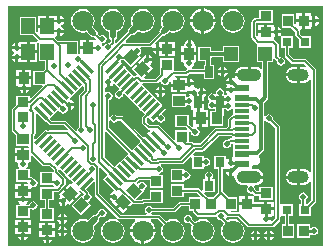
<source format=gbr>
%TF.GenerationSoftware,Altium Limited,Altium Designer,19.0.15 (446)*%
G04 Layer_Physical_Order=1*
G04 Layer_Color=255*
%FSLAX45Y45*%
%MOMM*%
%TF.FileFunction,Copper,L1,Top,Signal*%
%TF.Part,Single*%
G01*
G75*
%TA.AperFunction,SMDPad,CuDef*%
%ADD10R,0.80000X0.80000*%
%TA.AperFunction,ConnectorPad*%
%ADD11R,1.30000X0.60000*%
%ADD12R,1.30000X0.30000*%
%TA.AperFunction,SMDPad,CuDef*%
%ADD13R,0.95000X0.85000*%
%ADD14R,0.90000X1.00000*%
%ADD15R,0.85000X0.95000*%
%ADD16R,0.80000X0.90000*%
G04:AMPARAMS|DCode=17|XSize=1mm|YSize=0.9mm|CornerRadius=0mm|HoleSize=0mm|Usage=FLASHONLY|Rotation=225.000|XOffset=0mm|YOffset=0mm|HoleType=Round|Shape=Rectangle|*
%AMROTATEDRECTD17*
4,1,4,0.03535,0.67175,0.67175,0.03535,-0.03535,-0.67175,-0.67175,-0.03535,0.03535,0.67175,0.0*
%
%ADD17ROTATEDRECTD17*%

%ADD18R,0.70000X1.00000*%
%ADD19R,1.00000X0.90000*%
G04:AMPARAMS|DCode=20|XSize=1mm|YSize=0.9mm|CornerRadius=0mm|HoleSize=0mm|Usage=FLASHONLY|Rotation=135.000|XOffset=0mm|YOffset=0mm|HoleType=Round|Shape=Rectangle|*
%AMROTATEDRECTD20*
4,1,4,0.67175,-0.03535,0.03535,-0.67175,-0.67175,0.03535,-0.03535,0.67175,0.67175,-0.03535,0.0*
%
%ADD20ROTATEDRECTD20*%

%ADD21R,1.20000X1.20000*%
%ADD22R,1.20000X1.20000*%
%ADD23R,1.15000X1.40000*%
G04:AMPARAMS|DCode=24|XSize=0.3mm|YSize=1.4mm|CornerRadius=0mm|HoleSize=0mm|Usage=FLASHONLY|Rotation=315.000|XOffset=0mm|YOffset=0mm|HoleType=Round|Shape=Rectangle|*
%AMROTATEDRECTD24*
4,1,4,-0.60104,-0.38891,0.38891,0.60104,0.60104,0.38891,-0.38891,-0.60104,-0.60104,-0.38891,0.0*
%
%ADD24ROTATEDRECTD24*%

G04:AMPARAMS|DCode=25|XSize=0.3mm|YSize=1.4mm|CornerRadius=0mm|HoleSize=0mm|Usage=FLASHONLY|Rotation=45.000|XOffset=0mm|YOffset=0mm|HoleType=Round|Shape=Rectangle|*
%AMROTATEDRECTD25*
4,1,4,0.38891,-0.60104,-0.60104,0.38891,-0.38891,0.60104,0.60104,-0.38891,0.38891,-0.60104,0.0*
%
%ADD25ROTATEDRECTD25*%

%TA.AperFunction,Conductor*%
%ADD26C,0.50000*%
%ADD27C,0.25400*%
%ADD28C,0.20000*%
%ADD29C,0.16000*%
%ADD30C,0.30000*%
%TA.AperFunction,ComponentPad*%
%ADD31C,1.80000*%
G04:AMPARAMS|DCode=32|XSize=1mm|YSize=1.8mm|CornerRadius=0.5mm|HoleSize=0mm|Usage=FLASHONLY|Rotation=90.000|XOffset=0mm|YOffset=0mm|HoleType=Round|Shape=RoundedRectangle|*
%AMROUNDEDRECTD32*
21,1,1.00000,0.80000,0,0,90.0*
21,1,0.00000,1.80000,0,0,90.0*
1,1,1.00000,0.40000,0.00000*
1,1,1.00000,0.40000,0.00000*
1,1,1.00000,-0.40000,0.00000*
1,1,1.00000,-0.40000,0.00000*
%
%ADD32ROUNDEDRECTD32*%
G04:AMPARAMS|DCode=33|XSize=1mm|YSize=2.1mm|CornerRadius=0.5mm|HoleSize=0mm|Usage=FLASHONLY|Rotation=90.000|XOffset=0mm|YOffset=0mm|HoleType=Round|Shape=RoundedRectangle|*
%AMROUNDEDRECTD33*
21,1,1.00000,1.10000,0,0,90.0*
21,1,0.00000,2.10000,0,0,90.0*
1,1,1.00000,0.55000,0.00000*
1,1,1.00000,0.55000,0.00000*
1,1,1.00000,-0.55000,0.00000*
1,1,1.00000,-0.55000,0.00000*
%
%ADD33ROUNDEDRECTD33*%
%TA.AperFunction,ViaPad*%
%ADD34C,0.50000*%
G36*
X11938000Y5207000D02*
X9271000D01*
Y7239000D01*
X11938000D01*
Y5207000D01*
D02*
G37*
%LPC*%
G36*
X11761700Y7177500D02*
X11713900D01*
Y7124700D01*
X11761700D01*
Y7177500D01*
D02*
G37*
G36*
X11874500Y7153316D02*
Y7124700D01*
X11903116D01*
X11902305Y7128778D01*
X11892801Y7143001D01*
X11878578Y7152505D01*
X11874500Y7153316D01*
D02*
G37*
G36*
X10934700Y7219260D02*
Y7124700D01*
X11029260D01*
X11027220Y7140193D01*
X11016338Y7166466D01*
X10999026Y7189026D01*
X10976466Y7206338D01*
X10950193Y7217220D01*
X10934700Y7219260D01*
D02*
G37*
G36*
X10909300D02*
X10893807Y7217220D01*
X10867534Y7206338D01*
X10844974Y7189026D01*
X10827662Y7166466D01*
X10816780Y7140193D01*
X10814740Y7124700D01*
X10909300D01*
Y7219260D01*
D02*
G37*
G36*
X9715500Y7153316D02*
Y7124700D01*
X9744116D01*
X9743305Y7128778D01*
X9733801Y7143001D01*
X9719578Y7152505D01*
X9715500Y7153316D01*
D02*
G37*
G36*
X9592300Y7157600D02*
X9529500D01*
Y7082300D01*
X9592300D01*
Y7157600D01*
D02*
G37*
G36*
X11903116Y7099300D02*
X11874500D01*
Y7070684D01*
X11878578Y7071495D01*
X11892801Y7080999D01*
X11902305Y7095222D01*
X11903116Y7099300D01*
D02*
G37*
G36*
X11834900Y7177500D02*
X11787100D01*
Y7112000D01*
Y7046500D01*
X11834900D01*
Y7064147D01*
X11847600Y7070982D01*
X11849100Y7070684D01*
Y7112000D01*
Y7153316D01*
X11847600Y7153018D01*
X11834900Y7159853D01*
Y7177500D01*
D02*
G37*
G36*
X11557000Y7062916D02*
Y7034300D01*
X11585616D01*
X11584805Y7038378D01*
X11575301Y7052601D01*
X11561078Y7062105D01*
X11557000Y7062916D01*
D02*
G37*
G36*
X11442700Y7082100D02*
X11389900D01*
Y7034300D01*
X11442700D01*
Y7082100D01*
D02*
G37*
G36*
X11176000Y7212863D02*
X11149895Y7209426D01*
X11125569Y7199350D01*
X11104679Y7183321D01*
X11088650Y7162431D01*
X11078574Y7138105D01*
X11075137Y7112000D01*
X11078574Y7085895D01*
X11088650Y7061569D01*
X11104679Y7040679D01*
X11125569Y7024650D01*
X11149895Y7014574D01*
X11176000Y7011137D01*
X11202105Y7014574D01*
X11226431Y7024650D01*
X11247321Y7040679D01*
X11263350Y7061569D01*
X11273426Y7085895D01*
X11276863Y7112000D01*
X11273426Y7138105D01*
X11263350Y7162431D01*
X11247321Y7183321D01*
X11226431Y7199350D01*
X11202105Y7209426D01*
X11176000Y7212863D01*
D02*
G37*
G36*
X10668000D02*
X10641895Y7209426D01*
X10617569Y7199350D01*
X10596679Y7183321D01*
X10580650Y7162431D01*
X10570574Y7138105D01*
X10567137Y7112000D01*
X10570574Y7085895D01*
X10579543Y7064241D01*
X10565101Y7049799D01*
X10557366Y7038222D01*
X10554649Y7024565D01*
X10555785Y7018854D01*
X10466123Y6929192D01*
X10272159D01*
X10267298Y6940925D01*
X10317156Y6990783D01*
X10322867Y6989647D01*
X10336524Y6992364D01*
X10348101Y7000099D01*
X10369992Y7021990D01*
X10387895Y7014574D01*
X10414000Y7011137D01*
X10440105Y7014574D01*
X10464431Y7024650D01*
X10485321Y7040679D01*
X10501350Y7061569D01*
X10511426Y7085895D01*
X10514863Y7112000D01*
X10511426Y7138105D01*
X10501350Y7162431D01*
X10485321Y7183321D01*
X10464431Y7199350D01*
X10440105Y7209426D01*
X10414000Y7212863D01*
X10387895Y7209426D01*
X10363569Y7199350D01*
X10342679Y7183321D01*
X10326650Y7162431D01*
X10316574Y7138105D01*
X10313137Y7112000D01*
X10316574Y7085895D01*
X10321374Y7074307D01*
X10297634Y7050567D01*
X10289898Y7038989D01*
X10287182Y7025333D01*
X10288318Y7019622D01*
X10190433Y6921737D01*
X10181907Y6924820D01*
X10178353Y6927617D01*
Y6955169D01*
X10185234Y6959766D01*
X10192969Y6971344D01*
X10195686Y6985000D01*
Y7018543D01*
X10210431Y7024650D01*
X10231321Y7040679D01*
X10247350Y7061569D01*
X10257426Y7085895D01*
X10260863Y7112000D01*
X10257426Y7138105D01*
X10247350Y7162431D01*
X10231321Y7183321D01*
X10210431Y7199350D01*
X10186105Y7209426D01*
X10160000Y7212863D01*
X10133895Y7209426D01*
X10109569Y7199350D01*
X10088679Y7183321D01*
X10072650Y7162431D01*
X10062574Y7138105D01*
X10059137Y7112000D01*
X10062574Y7085895D01*
X10072650Y7061569D01*
X10088679Y7040679D01*
X10109569Y7024650D01*
X10124314Y7018543D01*
Y6985000D01*
X10127031Y6971344D01*
X10134766Y6959766D01*
X10141647Y6955169D01*
Y6933706D01*
X10130017Y6922076D01*
X10121900Y6923690D01*
X10108244Y6920974D01*
X10096666Y6913238D01*
X10088931Y6901661D01*
X10087545Y6894694D01*
X10074596D01*
X10073505Y6900178D01*
X10065561Y6912067D01*
X10069755Y6921617D01*
X10071679Y6924030D01*
X10084756Y6926631D01*
X10096334Y6934366D01*
X10104069Y6945944D01*
X10106786Y6959600D01*
X10104069Y6973256D01*
X10096334Y6984834D01*
X10084756Y6992569D01*
X10071100Y6995286D01*
X10057444Y6992569D01*
X10047928Y6986211D01*
X10029450Y7004689D01*
X10030586Y7010400D01*
X10027869Y7024056D01*
X10020134Y7035634D01*
X9993598Y7062169D01*
X10003426Y7085895D01*
X10006863Y7112000D01*
X10003426Y7138105D01*
X9993350Y7162431D01*
X9977321Y7183321D01*
X9956431Y7199350D01*
X9932105Y7209426D01*
X9906000Y7212863D01*
X9879895Y7209426D01*
X9855569Y7199350D01*
X9834679Y7183321D01*
X9818650Y7162431D01*
X9808574Y7138105D01*
X9805137Y7112000D01*
X9808574Y7085895D01*
X9818650Y7061569D01*
X9834679Y7040679D01*
X9855569Y7024650D01*
X9879895Y7014574D01*
X9906000Y7011137D01*
X9932105Y7014574D01*
X9937870Y7016962D01*
X9969666Y6985166D01*
X9981244Y6977431D01*
X9994900Y6974714D01*
X10000611Y6975850D01*
X10013254Y6963208D01*
X10012993Y6962708D01*
X10012993Y6962708D01*
X10007101Y6951400D01*
X10000056Y6951400D01*
X9960800D01*
Y6883400D01*
X9948100D01*
Y6870700D01*
X9885100D01*
Y6838447D01*
X9877821Y6831823D01*
X9872400Y6830518D01*
X9868100Y6834357D01*
Y6943400D01*
X9780071D01*
X9778100Y6943792D01*
X9697146D01*
X9672038Y6968900D01*
X9673414Y6972220D01*
X9680500Y6981600D01*
X9690100Y6981294D01*
Y7023100D01*
X9702800D01*
Y7035800D01*
X9744116D01*
X9743305Y7039878D01*
X9733801Y7054101D01*
X9724275Y7060466D01*
Y7074634D01*
X9733801Y7080999D01*
X9743305Y7095222D01*
X9744116Y7099300D01*
X9702800D01*
Y7112000D01*
X9690100D01*
Y7154828D01*
X9680500Y7157600D01*
Y7157600D01*
X9617700D01*
Y7069600D01*
X9605000D01*
Y7056900D01*
X9529500D01*
Y7027627D01*
X9516800Y7021275D01*
X9512500Y7024499D01*
Y7149600D01*
X9377500D01*
Y6989600D01*
X9483661D01*
X9524702Y6948560D01*
X9517701Y6937600D01*
X9508708Y6937600D01*
X9457700D01*
Y6862300D01*
X9520500D01*
Y6924033D01*
X9521592Y6925926D01*
X9532069Y6932475D01*
X9537500Y6929599D01*
X9537500Y6929600D01*
X9537500Y6929599D01*
Y6769600D01*
X9584608D01*
Y6706147D01*
X9567861Y6689400D01*
X9486700D01*
Y6569400D01*
X9562152D01*
X9567012Y6557667D01*
X9467233Y6457888D01*
X9455500Y6462748D01*
Y6478700D01*
X9340500D01*
Y6399654D01*
X9308823Y6367977D01*
X9304844Y6362023D01*
X9303447Y6355000D01*
Y6188900D01*
X9304844Y6181877D01*
X9308823Y6175923D01*
X9338000Y6146746D01*
Y6057700D01*
X9445382D01*
X9451424Y6045000D01*
X9447927Y6040700D01*
X9410700D01*
Y5977700D01*
X9398000D01*
Y5965000D01*
X9330000D01*
Y5914700D01*
X9346475D01*
X9354532Y5904883D01*
X9354158Y5903000D01*
X9357495Y5886222D01*
X9366999Y5871999D01*
X9369093Y5870600D01*
X9365240Y5857900D01*
X9340500D01*
Y5752900D01*
X9430728D01*
X9432500Y5752547D01*
X9434678D01*
X9442721Y5739847D01*
X9440854Y5735900D01*
X9410700D01*
Y5688100D01*
X9463500D01*
Y5699830D01*
X9476200Y5706843D01*
X9486900Y5704714D01*
X9500556Y5707431D01*
X9512134Y5715166D01*
X9519869Y5726744D01*
X9522586Y5740400D01*
X9519869Y5754056D01*
X9512134Y5765634D01*
X9500556Y5773369D01*
X9492478Y5774976D01*
X9483577Y5783877D01*
X9477623Y5787855D01*
X9470600Y5789252D01*
X9455500D01*
Y5857900D01*
X9430760D01*
X9426907Y5870600D01*
X9429001Y5871999D01*
X9438505Y5886222D01*
X9441842Y5903000D01*
X9441468Y5904883D01*
X9449525Y5914700D01*
X9466000D01*
Y5970252D01*
X9477733Y5975113D01*
X9562823Y5890023D01*
X9568777Y5886045D01*
X9575800Y5884648D01*
X9621498D01*
X9659047Y5847098D01*
Y5845056D01*
X9658748Y5834234D01*
X9646731Y5832500D01*
X9543700D01*
Y5727500D01*
X9633928D01*
X9635700Y5727147D01*
X9657051D01*
X9657131Y5726744D01*
X9664608Y5715552D01*
X9664157Y5713194D01*
X9660436Y5702852D01*
X9635700D01*
X9633928Y5702500D01*
X9543700D01*
Y5597500D01*
X9582847D01*
Y5527700D01*
X9543700D01*
Y5422700D01*
X9658700D01*
Y5527700D01*
X9619553D01*
Y5597500D01*
X9658700D01*
Y5666147D01*
X9695011D01*
X9702034Y5667544D01*
X9707988Y5671523D01*
X9753877Y5717412D01*
X9757856Y5723366D01*
X9759253Y5730389D01*
Y5770777D01*
X9757856Y5777800D01*
X9753877Y5783754D01*
X9696778Y5840853D01*
X9697397Y5853267D01*
X9708435Y5857949D01*
X9754808Y5811577D01*
X9763787Y5802596D01*
X9772768Y5793616D01*
X9799143Y5767241D01*
X9799143Y5767241D01*
X9821737Y5744647D01*
X9822110Y5741360D01*
X9820721Y5736605D01*
X9806570Y5732796D01*
X9798306Y5741060D01*
X9759203Y5701958D01*
X9803751Y5657410D01*
X9848298Y5612862D01*
X9887401Y5651965D01*
X9870763Y5668603D01*
X9874573Y5682754D01*
X9879328Y5684143D01*
X9882615Y5683770D01*
X9889671Y5676713D01*
X9890789Y5675040D01*
X9917717Y5648113D01*
X9911131Y5638256D01*
X9910571Y5635442D01*
X9896790Y5631262D01*
X9893765Y5634287D01*
X9808913Y5549435D01*
X9886694Y5471653D01*
X9971547Y5556506D01*
X9950762Y5577290D01*
X9954942Y5591071D01*
X9957756Y5591631D01*
X9969333Y5599366D01*
X9977069Y5610944D01*
X9979785Y5624600D01*
X9977069Y5638256D01*
X9969333Y5649834D01*
X9958615Y5656995D01*
X9957199Y5664112D01*
X9952779Y5670728D01*
X9933770Y5689737D01*
X9995114Y5751081D01*
X10006847Y5746220D01*
Y5646600D01*
X10008244Y5639577D01*
X10012223Y5633623D01*
X10207533Y5438313D01*
X10213487Y5434335D01*
X10220510Y5432938D01*
X10344667D01*
X10348978Y5420238D01*
X10336974Y5411026D01*
X10319662Y5388466D01*
X10308780Y5362193D01*
X10306740Y5346700D01*
X10521260D01*
X10519220Y5362193D01*
X10508338Y5388466D01*
X10491026Y5411026D01*
X10479022Y5420238D01*
X10483333Y5432938D01*
X10543108D01*
X10585411Y5390635D01*
X10580650Y5384431D01*
X10570574Y5360105D01*
X10567137Y5334000D01*
X10570574Y5307895D01*
X10580650Y5283569D01*
X10596679Y5262679D01*
X10617569Y5246650D01*
X10641895Y5236574D01*
X10668000Y5233137D01*
X10694105Y5236574D01*
X10718431Y5246650D01*
X10739321Y5262679D01*
X10755350Y5283569D01*
X10765426Y5307895D01*
X10768863Y5334000D01*
X10765426Y5360105D01*
X10755350Y5384431D01*
X10739321Y5405321D01*
X10718431Y5421350D01*
X10694105Y5431426D01*
X10668000Y5434863D01*
X10641895Y5431426D01*
X10617569Y5421350D01*
X10611365Y5416589D01*
X10563687Y5464267D01*
X10557733Y5468246D01*
X10550710Y5469643D01*
X10487565D01*
X10483712Y5482343D01*
X10490034Y5486566D01*
X10493269Y5491408D01*
X10680700D01*
X10688504Y5492960D01*
X10695119Y5497381D01*
X10739947Y5542208D01*
X10804500D01*
Y5505100D01*
X10838108D01*
Y5500600D01*
X10839660Y5492796D01*
X10844081Y5486181D01*
X10869480Y5460781D01*
X10869481Y5460781D01*
X10876096Y5456360D01*
X10883900Y5454808D01*
X11024960D01*
X11032764Y5456360D01*
X11040255Y5453257D01*
X11041431Y5447344D01*
X11049166Y5435766D01*
X11060744Y5428031D01*
X11074400Y5425314D01*
X11074843Y5425402D01*
X11100444Y5399801D01*
X11088650Y5384431D01*
X11078574Y5360105D01*
X11075137Y5334000D01*
X11078574Y5307895D01*
X11088650Y5283569D01*
X11104679Y5262679D01*
X11125569Y5246650D01*
X11149895Y5236574D01*
X11176000Y5233137D01*
X11202105Y5236574D01*
X11226431Y5246650D01*
X11247321Y5262679D01*
X11263350Y5283569D01*
X11273426Y5307895D01*
X11276863Y5334000D01*
X11273426Y5360105D01*
X11263350Y5384431D01*
X11247321Y5405321D01*
X11226431Y5421350D01*
X11202105Y5431426D01*
X11176000Y5434863D01*
X11149895Y5431426D01*
X11129271Y5422883D01*
X11112732Y5439422D01*
X11114144Y5446259D01*
X11127513Y5451960D01*
X11135316Y5450408D01*
X11135317Y5450408D01*
X11221253D01*
X11301280Y5370381D01*
X11301281Y5370381D01*
X11307896Y5365960D01*
X11315700Y5364408D01*
X11506200D01*
X11514004Y5365960D01*
X11520619Y5370381D01*
X11571419Y5421180D01*
X11571419Y5421181D01*
X11575840Y5427796D01*
X11577392Y5435600D01*
X11577392Y5435601D01*
Y5452003D01*
X11584400Y5461800D01*
X11590092Y5461800D01*
X11614008D01*
Y5391500D01*
X11591900D01*
Y5276500D01*
X11696900D01*
Y5391500D01*
X11654792D01*
Y5461800D01*
X11684400D01*
Y5561800D01*
X11590092D01*
X11584400Y5561800D01*
X11577392Y5571597D01*
Y6210300D01*
X11575840Y6218104D01*
X11571419Y6224719D01*
X11515350Y6280789D01*
X11516486Y6286500D01*
X11513769Y6300156D01*
X11506034Y6311734D01*
X11494456Y6319469D01*
X11480800Y6322186D01*
X11467144Y6319469D01*
X11455566Y6311734D01*
X11451439Y6305557D01*
X11438739Y6309410D01*
Y6411777D01*
X11437621Y6417399D01*
X11469630Y6449409D01*
X11475156Y6457678D01*
X11477096Y6467433D01*
Y6762600D01*
X11516000D01*
Y6792277D01*
X11528700Y6796129D01*
X11529881Y6794362D01*
X11548113Y6776130D01*
X11546714Y6769100D01*
X11549431Y6755444D01*
X11557166Y6743866D01*
X11568744Y6736131D01*
X11582400Y6733414D01*
X11596056Y6736131D01*
X11607634Y6743866D01*
X11615369Y6755444D01*
X11618086Y6769100D01*
X11615369Y6782756D01*
X11607634Y6794334D01*
X11596056Y6802069D01*
X11582400Y6804786D01*
X11578008Y6803912D01*
X11564692Y6817228D01*
Y6908800D01*
X11563140Y6916604D01*
X11558719Y6923219D01*
X11558719Y6923220D01*
X11533319Y6948619D01*
X11528769Y6951659D01*
X11522083Y6959681D01*
X11523368Y6973056D01*
X11531600Y6978551D01*
Y7021600D01*
Y7064649D01*
X11520900Y7071792D01*
Y7082100D01*
X11468100D01*
Y7021600D01*
X11455400D01*
Y7008900D01*
X11389900D01*
Y6993517D01*
X11377200Y6986815D01*
X11374192Y6988872D01*
Y7091837D01*
X11381063Y7098708D01*
X11422900D01*
X11424870Y7099100D01*
X11512900D01*
Y7204100D01*
X11397900D01*
Y7139492D01*
X11372616D01*
X11364812Y7137940D01*
X11358196Y7133519D01*
X11339381Y7114704D01*
X11334960Y7108088D01*
X11333408Y7100284D01*
Y6972300D01*
X11334960Y6964496D01*
X11339381Y6957881D01*
X11377481Y6919781D01*
X11384096Y6915360D01*
X11384400Y6915300D01*
X11383149Y6902600D01*
X11376000D01*
Y6762600D01*
X11426117D01*
Y6710737D01*
X11413417Y6706054D01*
X11402543Y6714398D01*
X11386002Y6721249D01*
X11368250Y6723587D01*
X11325950D01*
Y6655001D01*
X11313250D01*
Y6642301D01*
X11191335D01*
X11192000Y6637248D01*
X11192195Y6636778D01*
X11181936Y6628358D01*
X11176778Y6631805D01*
X11172700Y6632616D01*
Y6591300D01*
X11160000D01*
Y6578600D01*
X11118684D01*
X11119495Y6574522D01*
X11128999Y6560299D01*
Y6558801D01*
X11119495Y6544578D01*
X11118684Y6540500D01*
X11160000D01*
Y6515100D01*
X11118684D01*
X11119495Y6511022D01*
X11128017Y6498269D01*
X11126755Y6490853D01*
X11124676Y6485339D01*
X11112715Y6483281D01*
X11103709Y6491913D01*
X11101443Y6495900D01*
X11103486Y6506168D01*
X11100769Y6519824D01*
X11093034Y6531401D01*
X11081456Y6539137D01*
X11067800Y6541854D01*
X11054144Y6539137D01*
X11042566Y6531401D01*
X11034831Y6519824D01*
X11032114Y6506168D01*
X11034031Y6496533D01*
X11026523Y6491574D01*
X11022327Y6490273D01*
X11011856Y6497269D01*
X10998200Y6499986D01*
X10984544Y6497269D01*
X10972966Y6489534D01*
X10965231Y6477956D01*
X10962514Y6464300D01*
X10965231Y6450644D01*
X10972966Y6439066D01*
X10973215Y6438900D01*
Y6426200D01*
X10972966Y6426034D01*
X10965231Y6414456D01*
X10962514Y6400800D01*
X10965231Y6387144D01*
X10972966Y6375566D01*
X10984544Y6367831D01*
X10998200Y6365114D01*
X11010100Y6367481D01*
X11022800Y6363200D01*
X11023625Y6359200D01*
X11014427Y6346500D01*
X10985300D01*
Y6226500D01*
X11095300D01*
Y6305636D01*
X11096586Y6312100D01*
Y6363200D01*
X11112443D01*
X11112666Y6362866D01*
X11124244Y6355131D01*
X11137900Y6352414D01*
X11151556Y6355131D01*
X11163134Y6362866D01*
X11168050Y6370224D01*
X11180750Y6366372D01*
Y6314752D01*
X11176915D01*
X11169892Y6313355D01*
X11163938Y6309377D01*
X11138080Y6283519D01*
X11134102Y6277566D01*
X11132705Y6270542D01*
Y6222459D01*
X11117598Y6207353D01*
X11037245D01*
X11030222Y6205956D01*
X11024268Y6201977D01*
X10897607Y6075316D01*
X10848276D01*
X10837915Y6085677D01*
X10831961Y6089655D01*
X10824938Y6091052D01*
X10801700D01*
Y6167952D01*
X10812901Y6172591D01*
X10815026Y6171453D01*
X10820277Y6167944D01*
X10822343Y6167534D01*
X10823910Y6166695D01*
X10825531Y6158544D01*
X10833266Y6146966D01*
X10844844Y6139231D01*
X10858500Y6136514D01*
X10872156Y6139231D01*
X10883734Y6146966D01*
X10891469Y6158544D01*
X10894186Y6172200D01*
X10891469Y6185856D01*
X10883734Y6197434D01*
X10872156Y6205169D01*
X10868985Y6205800D01*
X10870236Y6218500D01*
X10892600D01*
Y6273800D01*
X10842300D01*
Y6218500D01*
X10842300D01*
X10840008Y6206749D01*
X10836073Y6203253D01*
X10834902D01*
X10801700Y6236454D01*
Y6315500D01*
X10686700D01*
Y6210500D01*
X10775746D01*
X10789012Y6197233D01*
X10784152Y6185500D01*
X10686700D01*
Y6107148D01*
X10674967Y6102288D01*
X10553977Y6223277D01*
X10548023Y6227256D01*
X10541000Y6228653D01*
X10474961D01*
X10445053Y6258561D01*
Y6281130D01*
X10459123Y6295201D01*
X10463824Y6290500D01*
X10499179Y6255145D01*
X10519884Y6275850D01*
X10532833Y6272976D01*
X10533994Y6272000D01*
X10541166Y6261266D01*
X10552744Y6253531D01*
X10566400Y6250814D01*
X10580056Y6253531D01*
X10591634Y6261266D01*
X10599369Y6272844D01*
X10602086Y6286500D01*
X10599369Y6300156D01*
X10591634Y6311734D01*
X10580900Y6318906D01*
X10579924Y6320067D01*
X10577050Y6333016D01*
X10612316Y6368282D01*
X10576960Y6403637D01*
X10515229Y6465368D01*
X10506249Y6474348D01*
X10497270Y6483328D01*
X10470894Y6509704D01*
X10407650Y6572947D01*
X10412910Y6585647D01*
X10528100D01*
X10535123Y6587044D01*
X10541077Y6591023D01*
X10556387Y6606333D01*
X10561660Y6605343D01*
X10569345Y6601330D01*
X10571531Y6590344D01*
X10579266Y6578766D01*
X10590844Y6571031D01*
X10604500Y6568314D01*
X10618156Y6571031D01*
X10629734Y6578766D01*
X10637469Y6590344D01*
X10638100Y6593515D01*
X10650800Y6592264D01*
Y6582600D01*
X10706100D01*
Y6632900D01*
X10692474D01*
X10685685Y6645600D01*
X10686693Y6647108D01*
X10782300D01*
X10790104Y6648660D01*
X10796719Y6653081D01*
X10810546Y6666908D01*
X10927800D01*
Y6623200D01*
X11017800D01*
Y6743200D01*
X10994190D01*
Y6802600D01*
X11006242Y6807110D01*
X11090000D01*
Y6762600D01*
X11230000D01*
Y6902600D01*
X11090000D01*
Y6858090D01*
X10993700D01*
Y6892600D01*
X10883700D01*
Y6772600D01*
X10943211D01*
Y6743200D01*
X10927800D01*
Y6707692D01*
X10831060D01*
X10827208Y6720392D01*
X10834701Y6725399D01*
X10844205Y6739622D01*
X10847542Y6756400D01*
X10854272Y6764600D01*
X10866700D01*
Y6819900D01*
X10803700D01*
X10740700D01*
Y6764600D01*
X10753128D01*
X10759858Y6756400D01*
X10763195Y6739622D01*
X10772699Y6725399D01*
X10786922Y6715895D01*
X10788922Y6702548D01*
X10787680Y6701719D01*
X10787680Y6701718D01*
X10773853Y6687892D01*
X10686651D01*
X10674700Y6689700D01*
X10674700Y6698522D01*
Y6794700D01*
X10559700D01*
Y6689700D01*
X10560747D01*
Y6662602D01*
X10520498Y6622353D01*
X10428394D01*
X10423533Y6634086D01*
X10444590Y6655143D01*
X10400042Y6699690D01*
X10355495Y6744238D01*
X10316392Y6705135D01*
X10362040Y6659486D01*
X10357180Y6647753D01*
X10353004D01*
X10345980Y6646356D01*
X10340027Y6642377D01*
X10338220D01*
X10329473Y6651125D01*
X10320493Y6660105D01*
X10264419Y6716178D01*
X10270076Y6721835D01*
X10255722Y6736189D01*
X10193497Y6673964D01*
X10175536Y6691924D01*
X10237761Y6754150D01*
X10228854Y6763057D01*
X10228793Y6763213D01*
X10230497Y6778267D01*
X10233394Y6780203D01*
X10252638D01*
X10310028Y6722813D01*
X10394880Y6807665D01*
X10384329Y6818216D01*
X10385574Y6830856D01*
X10388434Y6832766D01*
X10396169Y6844344D01*
X10398886Y6858000D01*
X10396169Y6871656D01*
X10393462Y6875708D01*
X10400250Y6888408D01*
X10474570D01*
X10482373Y6889960D01*
X10486666Y6892828D01*
X10489883Y6891249D01*
X10495576Y6886767D01*
X10497078Y6885031D01*
X10496753Y6883400D01*
X10525370D01*
Y6912016D01*
X10524390Y6911821D01*
X10517172Y6922564D01*
X10584624Y6990016D01*
X10590335Y6988880D01*
X10603991Y6991596D01*
X10615569Y6999332D01*
X10634057Y7017821D01*
X10641895Y7014574D01*
X10668000Y7011137D01*
X10694105Y7014574D01*
X10718431Y7024650D01*
X10739321Y7040679D01*
X10755350Y7061569D01*
X10765426Y7085895D01*
X10768863Y7112000D01*
X10765426Y7138105D01*
X10755350Y7162431D01*
X10739321Y7183321D01*
X10718431Y7199350D01*
X10694105Y7209426D01*
X10668000Y7212863D01*
D02*
G37*
G36*
X11029260Y7099300D02*
X10934700D01*
Y7004740D01*
X10950193Y7006780D01*
X10976466Y7017662D01*
X10999026Y7034974D01*
X11016338Y7057534D01*
X11027220Y7083807D01*
X11029260Y7099300D01*
D02*
G37*
G36*
X10909300D02*
X10814740D01*
X10816780Y7083807D01*
X10827662Y7057534D01*
X10844974Y7034974D01*
X10867534Y7017662D01*
X10893807Y7006780D01*
X10909300Y7004740D01*
Y7099300D01*
D02*
G37*
G36*
X9744116Y7010400D02*
X9715500D01*
Y6981784D01*
X9719578Y6982595D01*
X9733801Y6992099D01*
X9743305Y7006322D01*
X9744116Y7010400D01*
D02*
G37*
G36*
X10820400Y6950116D02*
Y6908800D01*
X10795000D01*
Y6950116D01*
X10790922Y6949305D01*
X10776699Y6939801D01*
X10767195Y6925578D01*
X10763858Y6908800D01*
X10757128Y6900600D01*
X10740700D01*
Y6845300D01*
X10803700D01*
X10866700D01*
Y6900600D01*
X10858272D01*
X10851542Y6908800D01*
X10848205Y6925578D01*
X10838701Y6939801D01*
X10824478Y6949305D01*
X10820400Y6950116D01*
D02*
G37*
G36*
X9334500Y6924716D02*
X9330422Y6923905D01*
X9316199Y6914401D01*
X9306695Y6900178D01*
X9305884Y6896100D01*
X9334500D01*
Y6924716D01*
D02*
G37*
G36*
X9935400Y6951400D02*
X9885100D01*
Y6896100D01*
X9935400D01*
Y6951400D01*
D02*
G37*
G36*
X10682700Y6932700D02*
X10629900D01*
Y6884900D01*
X10682700D01*
Y6932700D01*
D02*
G37*
G36*
X11696900Y7169500D02*
X11591900D01*
Y7054500D01*
X11668061D01*
X11705724Y7016838D01*
Y6992485D01*
X11707276Y6984681D01*
X11711696Y6978065D01*
X11734400Y6955361D01*
Y6884200D01*
X11834400D01*
Y6984200D01*
X11763239D01*
X11746507Y7000931D01*
Y7025283D01*
X11746508Y7025284D01*
X11744955Y7033088D01*
X11744479Y7033800D01*
X11751268Y7046500D01*
X11761700D01*
Y7099300D01*
X11713900D01*
Y7092527D01*
X11701200Y7086175D01*
X11696900Y7089399D01*
Y7169500D01*
D02*
G37*
G36*
X10525370Y6858000D02*
X10496753D01*
X10497564Y6853922D01*
X10507068Y6839699D01*
X10521292Y6830195D01*
X10525370Y6829384D01*
Y6858000D01*
D02*
G37*
G36*
X10682700Y6859500D02*
X10629900D01*
Y6811700D01*
X10682700D01*
Y6859500D01*
D02*
G37*
G36*
X10604500Y6932700D02*
X10551700D01*
Y6921841D01*
X10550770Y6921077D01*
Y6870700D01*
Y6820323D01*
X10551700Y6819559D01*
Y6811700D01*
X10604500D01*
Y6872200D01*
Y6932700D01*
D02*
G37*
G36*
X10464800Y6823116D02*
Y6794500D01*
X10493416D01*
X10492605Y6798578D01*
X10483101Y6812801D01*
X10468878Y6822305D01*
X10464800Y6823116D01*
D02*
G37*
G36*
X9334500Y6791430D02*
X9305884D01*
X9306695Y6787352D01*
X9316199Y6773129D01*
X9330422Y6763625D01*
X9334500Y6762814D01*
Y6791430D01*
D02*
G37*
G36*
X9520500Y6836900D02*
X9457700D01*
Y6761600D01*
X9520500D01*
Y6836900D01*
D02*
G37*
G36*
X9432300Y6937600D02*
X9369500D01*
Y6934327D01*
X9359900Y6927528D01*
Y6883400D01*
X9347200D01*
Y6870700D01*
X9305884D01*
X9306695Y6866622D01*
X9316199Y6852399D01*
X9319617Y6850115D01*
Y6837415D01*
X9316199Y6835131D01*
X9306695Y6820908D01*
X9305884Y6816830D01*
X9347200D01*
Y6804130D01*
X9359900D01*
Y6762051D01*
X9369500Y6761600D01*
X9369500Y6761600D01*
X9369500Y6761600D01*
X9432300D01*
Y6849600D01*
Y6937600D01*
D02*
G37*
G36*
X11585616Y7008900D02*
X11557000D01*
Y6980284D01*
X11561078Y6981095D01*
X11573987Y6989720D01*
X11573987D01*
X11569365Y6986632D01*
X11575096Y6989014D01*
X11582251Y6984463D01*
X11582758Y6984016D01*
X11584400Y6979394D01*
X11584400Y6972324D01*
Y6884200D01*
X11614008D01*
Y6821100D01*
X11615560Y6813296D01*
X11619981Y6806681D01*
X11671980Y6754681D01*
X11671980Y6754681D01*
X11678596Y6750260D01*
X11686400Y6748708D01*
X11777153D01*
X11792879Y6732983D01*
X11791448Y6728654D01*
X11786295Y6721606D01*
X11771250Y6723587D01*
X11743950D01*
Y6655000D01*
Y6586413D01*
X11771250D01*
X11789001Y6588750D01*
X11805543Y6595602D01*
X11819748Y6606502D01*
X11828708Y6618179D01*
X11839435Y6615943D01*
X11841408Y6614874D01*
Y5831126D01*
X11839435Y5830057D01*
X11828708Y5827821D01*
X11819748Y5839498D01*
X11805543Y5850398D01*
X11789001Y5857250D01*
X11771250Y5859587D01*
X11743950D01*
Y5791000D01*
Y5722413D01*
X11771250D01*
X11789001Y5724751D01*
X11805543Y5731602D01*
X11819748Y5742502D01*
X11828708Y5754179D01*
X11839435Y5751944D01*
X11841408Y5750874D01*
Y5597647D01*
X11805561Y5561800D01*
X11791253D01*
Y5594769D01*
X11798134Y5599366D01*
X11805869Y5610944D01*
X11808586Y5624600D01*
X11805869Y5638256D01*
X11798134Y5649834D01*
X11786556Y5657569D01*
X11772900Y5660286D01*
X11759244Y5657569D01*
X11747666Y5649834D01*
X11739931Y5638256D01*
X11737214Y5624600D01*
X11739931Y5610944D01*
X11747666Y5599366D01*
X11754547Y5594769D01*
Y5561800D01*
X11734400D01*
Y5461800D01*
X11834400D01*
Y5532961D01*
X11876219Y5574781D01*
X11880640Y5581396D01*
X11882192Y5589200D01*
X11882192Y5589201D01*
Y6692900D01*
X11880640Y6700704D01*
X11876219Y6707319D01*
X11800019Y6783519D01*
X11793404Y6787940D01*
X11785600Y6789492D01*
X11694846D01*
X11654792Y6829547D01*
Y6884200D01*
X11684400D01*
Y6984200D01*
X11596663D01*
X11594115Y6984200D01*
X11585938Y6984614D01*
X11580867Y6990411D01*
X11579581Y6993269D01*
X11578801Y6995837D01*
X11584805Y7004822D01*
X11585616Y7008900D01*
D02*
G37*
G36*
X11102700Y6724261D02*
Y6695644D01*
X11131316D01*
X11130505Y6699722D01*
X11121001Y6713946D01*
X11106778Y6723450D01*
X11102700Y6724261D01*
D02*
G37*
G36*
X11077300D02*
X11073222Y6723450D01*
X11058999Y6713946D01*
X11049495Y6699722D01*
X11048684Y6695644D01*
X11077300D01*
Y6724261D01*
D02*
G37*
G36*
X10439400Y6823116D02*
X10435322Y6822305D01*
X10421099Y6812801D01*
X10413475Y6801391D01*
X10412558Y6801301D01*
X10412558D01*
X10373456Y6762199D01*
X10418003Y6717651D01*
X10462551Y6673103D01*
X10501653Y6712206D01*
X10478165Y6735693D01*
X10479410Y6748332D01*
X10483101Y6750799D01*
X10492605Y6765022D01*
X10493416Y6769100D01*
X10452100D01*
Y6781800D01*
X10439400D01*
Y6823116D01*
D02*
G37*
G36*
X11300550Y6723587D02*
X11258250D01*
X11240498Y6721249D01*
X11223956Y6714398D01*
X11209752Y6703498D01*
X11198852Y6689293D01*
X11192000Y6672751D01*
X11191335Y6667701D01*
X11300550D01*
Y6723587D01*
D02*
G37*
G36*
X11718550D02*
X11691250D01*
X11673498Y6721249D01*
X11656957Y6714398D01*
X11642752Y6703498D01*
X11631852Y6689293D01*
X11625000Y6672751D01*
X11624335Y6667700D01*
X11718550D01*
Y6723587D01*
D02*
G37*
G36*
X9469700Y6697400D02*
X9419400D01*
Y6642100D01*
X9469700D01*
Y6697400D01*
D02*
G37*
G36*
X9394000D02*
X9343700D01*
Y6642100D01*
X9394000D01*
Y6697400D01*
D02*
G37*
G36*
X11131316Y6670244D02*
X11102700D01*
Y6641628D01*
X11106778Y6642439D01*
X11121001Y6651943D01*
X11130505Y6666167D01*
X11131316Y6670244D01*
D02*
G37*
G36*
X11077300D02*
X11048684D01*
X11049495Y6666167D01*
X11058999Y6651943D01*
X11073222Y6642439D01*
X11077300Y6641628D01*
Y6670244D01*
D02*
G37*
G36*
X11147300Y6632616D02*
X11143222Y6631805D01*
X11128999Y6622301D01*
X11119495Y6608078D01*
X11118684Y6604000D01*
X11147300D01*
Y6632616D01*
D02*
G37*
G36*
X10816400Y6619916D02*
Y6591300D01*
X10845016D01*
X10844205Y6595378D01*
X10834701Y6609601D01*
X10820478Y6619105D01*
X10816400Y6619916D01*
D02*
G37*
G36*
X11718550Y6642300D02*
X11624335D01*
X11625000Y6637248D01*
X11631852Y6620707D01*
X11642752Y6606502D01*
X11656957Y6595602D01*
X11673498Y6588750D01*
X11691250Y6586413D01*
X11718550D01*
Y6642300D01*
D02*
G37*
G36*
X9469700Y6616700D02*
X9406700D01*
X9343700D01*
Y6561400D01*
X9357569D01*
X9362246Y6555700D01*
X9459154D01*
X9463831Y6561400D01*
X9469700D01*
Y6616700D01*
D02*
G37*
G36*
X10574360Y6553316D02*
Y6524700D01*
X10602976D01*
X10602165Y6528778D01*
X10592661Y6543001D01*
X10578438Y6552505D01*
X10574360Y6553316D01*
D02*
G37*
G36*
X10548960D02*
X10544882Y6552505D01*
X10530659Y6543001D01*
X10521155Y6528778D01*
X10520344Y6524700D01*
X10548960D01*
Y6553316D01*
D02*
G37*
G36*
X10922000Y6547484D02*
Y6518868D01*
X10950616D01*
X10949805Y6522946D01*
X10940301Y6537169D01*
X10926078Y6546673D01*
X10922000Y6547484D01*
D02*
G37*
G36*
X10706100Y6557200D02*
X10650800D01*
Y6506900D01*
X10706100D01*
Y6557200D01*
D02*
G37*
G36*
X9452016Y6530300D02*
X9423400D01*
Y6501684D01*
X9427478Y6502495D01*
X9441701Y6511999D01*
X9451205Y6526222D01*
X9452016Y6530300D01*
D02*
G37*
G36*
X9398000D02*
X9369384D01*
X9370195Y6526222D01*
X9379699Y6511999D01*
X9393922Y6502495D01*
X9398000Y6501684D01*
Y6530300D01*
D02*
G37*
G36*
X10602976Y6499300D02*
X10574360D01*
Y6470684D01*
X10578438Y6471495D01*
X10592661Y6480999D01*
X10602165Y6495222D01*
X10602976Y6499300D01*
D02*
G37*
G36*
X10548960D02*
X10520344D01*
X10521155Y6495222D01*
X10530659Y6480999D01*
X10544882Y6471495D01*
X10548960Y6470684D01*
Y6499300D01*
D02*
G37*
G36*
X10786800Y6632900D02*
X10731500D01*
Y6569900D01*
Y6506900D01*
X10786800D01*
Y6517651D01*
X10796350Y6525504D01*
X10800661Y6518868D01*
X10845800D01*
Y6493468D01*
X10804484D01*
X10805295Y6489390D01*
X10810052Y6482271D01*
X10803700Y6470586D01*
X10791500Y6468159D01*
X10787390Y6469235D01*
X10778800Y6473827D01*
Y6489900D01*
X10658800D01*
Y6379900D01*
X10778800D01*
Y6395973D01*
X10787390Y6400565D01*
X10791500Y6401641D01*
X10803700Y6399214D01*
X10812100Y6400885D01*
X10824800Y6392793D01*
Y6355200D01*
X10829890D01*
X10842300Y6354500D01*
Y6299200D01*
X10905300D01*
X10968300D01*
Y6354500D01*
X10943210D01*
X10930800Y6355200D01*
Y6410499D01*
X10877800D01*
Y6435899D01*
X10930800D01*
Y6468818D01*
X10940301Y6475167D01*
X10949805Y6489390D01*
X10950616Y6493468D01*
X10909300D01*
Y6506168D01*
X10896600D01*
Y6547484D01*
X10892522Y6546673D01*
X10878299Y6537169D01*
X10876801D01*
X10862578Y6546673D01*
X10850908Y6548994D01*
X10844077Y6561631D01*
X10844205Y6561822D01*
X10845016Y6565900D01*
X10803700D01*
Y6578600D01*
X10791000D01*
Y6628583D01*
X10786800Y6632030D01*
Y6632900D01*
D02*
G37*
G36*
X10968300Y6273800D02*
X10918000D01*
Y6218500D01*
X10968300D01*
Y6273800D01*
D02*
G37*
G36*
X9385300Y6040700D02*
X9330000D01*
Y5990400D01*
X9385300D01*
Y6040700D01*
D02*
G37*
G36*
X11718550Y5859587D02*
X11691250D01*
X11673498Y5857250D01*
X11656957Y5850398D01*
X11642752Y5839498D01*
X11631852Y5825293D01*
X11625000Y5808752D01*
X11624335Y5803700D01*
X11718550D01*
Y5859587D01*
D02*
G37*
G36*
Y5778300D02*
X11624335D01*
X11625000Y5773249D01*
X11631852Y5756707D01*
X11642752Y5742502D01*
X11656957Y5731602D01*
X11673498Y5724751D01*
X11691250Y5722413D01*
X11718550D01*
Y5778300D01*
D02*
G37*
G36*
X9385300Y5735900D02*
X9332500D01*
Y5688100D01*
X9385300D01*
Y5735900D01*
D02*
G37*
G36*
X9463500Y5662700D02*
X9398000D01*
X9332500D01*
Y5614900D01*
X9346972D01*
X9348203Y5613400D01*
X9447797D01*
X9449028Y5614900D01*
X9463500D01*
Y5662700D01*
D02*
G37*
G36*
X9741242Y5683997D02*
X9702140Y5644894D01*
X9713691Y5633343D01*
X9712446Y5620704D01*
X9709899Y5619001D01*
X9700395Y5604778D01*
X9699584Y5600700D01*
X9740900D01*
Y5588000D01*
X9753600D01*
Y5546684D01*
X9757678Y5547495D01*
X9771901Y5556999D01*
X9773604Y5559546D01*
X9786243Y5560791D01*
X9791235Y5555799D01*
X9830338Y5594902D01*
X9785790Y5639449D01*
X9741242Y5683997D01*
D02*
G37*
G36*
X9728200Y5575300D02*
X9699584D01*
X9700395Y5571222D01*
X9709899Y5556999D01*
X9724122Y5547495D01*
X9728200Y5546684D01*
Y5575300D01*
D02*
G37*
G36*
X9439316Y5588000D02*
X9356684D01*
X9357495Y5583922D01*
X9366999Y5569699D01*
X9372834Y5565800D01*
X9368981Y5553100D01*
X9340500D01*
Y5448100D01*
X9455500D01*
Y5516747D01*
X9472100D01*
X9473193Y5516965D01*
X9473244Y5516931D01*
X9486900Y5514214D01*
X9500556Y5516931D01*
X9512134Y5524666D01*
X9519869Y5536244D01*
X9522586Y5549900D01*
X9519869Y5563556D01*
X9512134Y5575134D01*
X9500556Y5582869D01*
X9486900Y5585586D01*
X9473244Y5582869D01*
X9461666Y5575134D01*
X9453931Y5563556D01*
X9451921Y5553452D01*
X9432500D01*
X9430728Y5553100D01*
X9427019D01*
X9423166Y5565800D01*
X9429001Y5569699D01*
X9438505Y5583922D01*
X9439316Y5588000D01*
D02*
G37*
G36*
X10071100Y5522086D02*
X10057444Y5519369D01*
X10045866Y5511634D01*
X10038131Y5500056D01*
X10036868Y5493706D01*
X10013311Y5470150D01*
X10007600Y5471286D01*
X9993944Y5468569D01*
X9982366Y5460834D01*
X9946851Y5425318D01*
X9932105Y5431426D01*
X9906000Y5434863D01*
X9879895Y5431426D01*
X9855569Y5421350D01*
X9834679Y5405321D01*
X9818650Y5384431D01*
X9808574Y5360105D01*
X9805137Y5334000D01*
X9808574Y5307895D01*
X9818650Y5283569D01*
X9834679Y5262679D01*
X9855569Y5246650D01*
X9879895Y5236574D01*
X9906000Y5233137D01*
X9932105Y5236574D01*
X9956431Y5246650D01*
X9977321Y5262679D01*
X9993350Y5283569D01*
X10003426Y5307895D01*
X10006863Y5334000D01*
X10003426Y5360105D01*
X9997318Y5374851D01*
X10032834Y5410366D01*
X10040569Y5421944D01*
X10043286Y5435600D01*
X10042150Y5441311D01*
X10055541Y5454702D01*
X10057444Y5453431D01*
X10071100Y5450714D01*
X10084756Y5453431D01*
X10096334Y5461166D01*
X10104069Y5472744D01*
X10106786Y5486400D01*
X10104069Y5500056D01*
X10096334Y5511634D01*
X10084756Y5519369D01*
X10071100Y5522086D01*
D02*
G37*
G36*
X9744668Y5476916D02*
Y5448300D01*
X9773284D01*
X9772473Y5452378D01*
X9762969Y5466601D01*
X9748746Y5476105D01*
X9744668Y5476916D01*
D02*
G37*
G36*
X9719268D02*
X9715190Y5476105D01*
X9700967Y5466601D01*
X9691463Y5452378D01*
X9690652Y5448300D01*
X9719268D01*
Y5476916D01*
D02*
G37*
G36*
X9773284Y5422900D02*
X9744668D01*
Y5394284D01*
X9748746Y5395095D01*
X9762969Y5404599D01*
X9772473Y5418822D01*
X9773284Y5422900D01*
D02*
G37*
G36*
X9719268D02*
X9690652D01*
X9691463Y5418822D01*
X9700967Y5404599D01*
X9715190Y5395095D01*
X9719268Y5394284D01*
Y5422900D01*
D02*
G37*
G36*
X9463500Y5431100D02*
X9410700D01*
Y5383300D01*
X9463500D01*
Y5431100D01*
D02*
G37*
G36*
X9385300D02*
X9332500D01*
Y5383300D01*
X9385300D01*
Y5431100D01*
D02*
G37*
G36*
X9666700Y5405700D02*
X9613900D01*
Y5357900D01*
X9666700D01*
Y5405700D01*
D02*
G37*
G36*
X9588500D02*
X9535700D01*
Y5357900D01*
X9588500D01*
Y5405700D01*
D02*
G37*
G36*
X9744668Y5373816D02*
Y5345200D01*
X9773284D01*
X9772473Y5349278D01*
X9762969Y5363501D01*
X9748746Y5373005D01*
X9744668Y5373816D01*
D02*
G37*
G36*
X9719268D02*
X9715190Y5373005D01*
X9700967Y5363501D01*
X9691463Y5349278D01*
X9690652Y5345200D01*
X9719268D01*
Y5373816D01*
D02*
G37*
G36*
X11493500Y5337216D02*
Y5308600D01*
X11522116D01*
X11521305Y5312678D01*
X11511801Y5326901D01*
X11497578Y5336405D01*
X11493500Y5337216D01*
D02*
G37*
G36*
X11468100D02*
X11464022Y5336405D01*
X11449799Y5326901D01*
X11440295Y5312678D01*
X11439484Y5308600D01*
X11468100D01*
Y5337216D01*
D02*
G37*
G36*
X11379200D02*
Y5308600D01*
X11407816D01*
X11407005Y5312678D01*
X11397501Y5326901D01*
X11383278Y5336405D01*
X11379200Y5337216D01*
D02*
G37*
G36*
X11353800D02*
X11349722Y5336405D01*
X11335499Y5326901D01*
X11325995Y5312678D01*
X11325184Y5308600D01*
X11353800D01*
Y5337216D01*
D02*
G37*
G36*
X9463500Y5357900D02*
X9398000D01*
X9332500D01*
Y5310100D01*
X9346972D01*
X9348203Y5308600D01*
X9447797D01*
X9449028Y5310100D01*
X9463500D01*
Y5357900D01*
D02*
G37*
G36*
X11826900Y5391500D02*
X11721900D01*
Y5276500D01*
X11826900D01*
Y5301114D01*
X11829239Y5302966D01*
X11839600Y5306739D01*
X11848144Y5301031D01*
X11861800Y5298314D01*
X11875456Y5301031D01*
X11887034Y5308766D01*
X11894769Y5320344D01*
X11897486Y5334000D01*
X11894769Y5347656D01*
X11887034Y5359234D01*
X11875456Y5366969D01*
X11861800Y5369686D01*
X11848144Y5366969D01*
X11839600Y5361261D01*
X11829239Y5365034D01*
X11826900Y5366886D01*
Y5391500D01*
D02*
G37*
G36*
X9773284Y5319800D02*
X9744668D01*
Y5291184D01*
X9748746Y5291995D01*
X9762969Y5301499D01*
X9772473Y5315722D01*
X9773284Y5319800D01*
D02*
G37*
G36*
X9719268D02*
X9690652D01*
X9691463Y5315722D01*
X9700967Y5301499D01*
X9715190Y5291995D01*
X9719268Y5291184D01*
Y5319800D01*
D02*
G37*
G36*
X9666700Y5332500D02*
X9601200D01*
X9535700D01*
Y5284700D01*
X9553973D01*
X9555203Y5283200D01*
X9654797D01*
X9656028Y5284700D01*
X9666700D01*
Y5332500D01*
D02*
G37*
G36*
X11522116Y5283200D02*
X11493500D01*
Y5254584D01*
X11497578Y5255395D01*
X11511801Y5264899D01*
X11521305Y5279122D01*
X11522116Y5283200D01*
D02*
G37*
G36*
X11468100D02*
X11439484D01*
X11440295Y5279122D01*
X11449799Y5264899D01*
X11464022Y5255395D01*
X11468100Y5254584D01*
Y5283200D01*
D02*
G37*
G36*
X11407816D02*
X11379200D01*
Y5254584D01*
X11383278Y5255395D01*
X11397501Y5264899D01*
X11407005Y5279122D01*
X11407816Y5283200D01*
D02*
G37*
G36*
X11353800D02*
X11325184D01*
X11325995Y5279122D01*
X11335499Y5264899D01*
X11349722Y5255395D01*
X11353800Y5254584D01*
Y5283200D01*
D02*
G37*
G36*
X9439316D02*
X9410700D01*
Y5254584D01*
X9414778Y5255395D01*
X9429001Y5264899D01*
X9438505Y5279122D01*
X9439316Y5283200D01*
D02*
G37*
G36*
X9385300D02*
X9356684D01*
X9357495Y5279122D01*
X9366999Y5264899D01*
X9381222Y5255395D01*
X9385300Y5254584D01*
Y5283200D01*
D02*
G37*
G36*
X10795000Y5471286D02*
X10781344Y5468569D01*
X10769766Y5460834D01*
X10762031Y5449256D01*
X10759314Y5435600D01*
X10762031Y5421944D01*
X10769766Y5410366D01*
X10781344Y5402631D01*
X10795000Y5399914D01*
X10808656Y5402631D01*
X10810190Y5403656D01*
X10833117Y5380729D01*
X10824574Y5360105D01*
X10821137Y5334000D01*
X10824574Y5307895D01*
X10834650Y5283569D01*
X10850679Y5262679D01*
X10871569Y5246650D01*
X10895895Y5236574D01*
X10922000Y5233137D01*
X10948105Y5236574D01*
X10972431Y5246650D01*
X10993321Y5262679D01*
X11009350Y5283569D01*
X11019426Y5307895D01*
X11022863Y5334000D01*
X11019426Y5360105D01*
X11009350Y5384431D01*
X10993321Y5405321D01*
X10972431Y5421350D01*
X10948105Y5431426D01*
X10922000Y5434863D01*
X10895895Y5431426D01*
X10871569Y5421350D01*
X10856199Y5409556D01*
X10830598Y5435157D01*
X10830686Y5435600D01*
X10827969Y5449256D01*
X10820234Y5460834D01*
X10808656Y5468569D01*
X10795000Y5471286D01*
D02*
G37*
G36*
X10160000Y5434863D02*
X10133895Y5431426D01*
X10109569Y5421350D01*
X10088679Y5405321D01*
X10072650Y5384431D01*
X10062574Y5360105D01*
X10059137Y5334000D01*
X10062574Y5307895D01*
X10072650Y5283569D01*
X10088679Y5262679D01*
X10109569Y5246650D01*
X10133895Y5236574D01*
X10160000Y5233137D01*
X10186105Y5236574D01*
X10210431Y5246650D01*
X10231321Y5262679D01*
X10247350Y5283569D01*
X10257426Y5307895D01*
X10260863Y5334000D01*
X10257426Y5360105D01*
X10247350Y5384431D01*
X10231321Y5405321D01*
X10210431Y5421350D01*
X10186105Y5431426D01*
X10160000Y5434863D01*
D02*
G37*
G36*
X9646316Y5257800D02*
X9617700D01*
Y5229184D01*
X9621778Y5229995D01*
X9636001Y5239499D01*
X9645505Y5253722D01*
X9646316Y5257800D01*
D02*
G37*
G36*
X9592300D02*
X9563684D01*
X9564495Y5253722D01*
X9573999Y5239499D01*
X9588222Y5229995D01*
X9592300Y5229184D01*
Y5257800D01*
D02*
G37*
G36*
X10521260Y5321300D02*
X10426700D01*
Y5226740D01*
X10442193Y5228780D01*
X10468466Y5239662D01*
X10491026Y5256974D01*
X10508338Y5279534D01*
X10519220Y5305807D01*
X10521260Y5321300D01*
D02*
G37*
G36*
X10401300D02*
X10306740D01*
X10308780Y5305807D01*
X10319662Y5279534D01*
X10336974Y5256974D01*
X10359534Y5239662D01*
X10385807Y5228780D01*
X10401300Y5226740D01*
Y5321300D01*
D02*
G37*
%LPD*%
G36*
X10134600Y6549984D02*
X10138678Y6550795D01*
X10152901Y6560299D01*
X10162179Y6574184D01*
X10163562Y6576018D01*
X10175880Y6578444D01*
X10207356Y6546968D01*
X10213458Y6540866D01*
X10212745Y6529434D01*
X10210800Y6525386D01*
X10197144Y6522669D01*
X10185566Y6514934D01*
X10177831Y6503356D01*
X10175114Y6489700D01*
X10177831Y6476044D01*
X10185566Y6464466D01*
X10197144Y6456731D01*
X10210800Y6454014D01*
X10224456Y6456731D01*
X10236034Y6464466D01*
X10243769Y6476044D01*
X10246486Y6489700D01*
X10246442Y6489921D01*
X10258146Y6496178D01*
X10322402Y6431922D01*
X10384133Y6370191D01*
X10393113Y6361211D01*
X10402093Y6352231D01*
X10433169Y6321155D01*
X10413723Y6301709D01*
X10409744Y6295755D01*
X10408347Y6288732D01*
Y6250959D01*
X10409744Y6243936D01*
X10413723Y6237982D01*
X10454382Y6197323D01*
X10460336Y6193344D01*
X10467359Y6191947D01*
X10475957D01*
X10480817Y6180214D01*
X10469480Y6168878D01*
X10463824Y6174534D01*
X10449469Y6160180D01*
X10511694Y6097955D01*
X10493734Y6079994D01*
X10431509Y6142219D01*
X10418111Y6128822D01*
X10247456Y6299477D01*
X10241502Y6303456D01*
X10234478Y6304853D01*
X10202531D01*
X10197934Y6311734D01*
X10186356Y6319469D01*
X10172700Y6322186D01*
X10159044Y6319469D01*
X10147466Y6311734D01*
X10140253Y6300937D01*
X10139321Y6300801D01*
X10127553Y6307551D01*
Y6442439D01*
X10135556Y6444031D01*
X10147134Y6451766D01*
X10154869Y6463344D01*
X10157586Y6477000D01*
X10154869Y6490656D01*
X10147134Y6502234D01*
X10135556Y6509969D01*
X10121900Y6512686D01*
X10108244Y6509969D01*
X10103592Y6506861D01*
X10090892Y6513649D01*
Y6534614D01*
X10090892Y6534615D01*
X10089448Y6541871D01*
Y6545994D01*
X10102148Y6552782D01*
X10105122Y6550795D01*
X10109200Y6549984D01*
Y6591300D01*
X10134600D01*
Y6549984D01*
D02*
G37*
G36*
X9913047Y6556150D02*
Y6522702D01*
X9880323Y6489977D01*
X9876344Y6484023D01*
X9874947Y6477000D01*
Y6214731D01*
X9868066Y6210134D01*
X9860331Y6198556D01*
X9858064Y6187162D01*
X9851253Y6183425D01*
X9845237Y6182029D01*
X9766288Y6260977D01*
X9760334Y6264955D01*
X9753311Y6266352D01*
X9644184D01*
X9624737Y6285800D01*
X9664792Y6325856D01*
X9664793D01*
X9664792D01*
X9693820Y6354883D01*
X9707601Y6350703D01*
X9707931Y6349044D01*
X9715666Y6337466D01*
X9727244Y6329731D01*
X9740900Y6327014D01*
X9754556Y6329731D01*
X9766134Y6337466D01*
X9773869Y6349044D01*
X9776062Y6360068D01*
X9779000Y6359484D01*
Y6400800D01*
X9791700D01*
Y6413500D01*
X9833016D01*
X9832205Y6417578D01*
X9822701Y6431801D01*
X9808478Y6441305D01*
X9799907Y6443010D01*
X9795727Y6456790D01*
X9806214Y6467277D01*
X9806215D01*
X9806215Y6467278D01*
X9841569Y6502633D01*
X9900347Y6561411D01*
X9913047Y6556150D01*
D02*
G37*
G36*
X9594082Y6255145D02*
X9598782Y6259846D01*
X9623605Y6235023D01*
X9629559Y6231044D01*
X9636582Y6229647D01*
X9745709D01*
X9777859Y6197497D01*
X9774677Y6188847D01*
X9771965Y6185431D01*
X9621982D01*
X9614958Y6184034D01*
X9611276Y6181574D01*
X9611084D01*
X9594082Y6198576D01*
X9507173Y6111667D01*
X9495439Y6116527D01*
Y6142085D01*
X9499877Y6146523D01*
X9503856Y6152477D01*
X9505253Y6159500D01*
Y6326014D01*
X9517953Y6331275D01*
X9594082Y6255145D01*
D02*
G37*
G36*
X11163938Y6136623D02*
X11167472Y6134262D01*
X11169180Y6122491D01*
X11169020Y6120208D01*
X11167704Y6118392D01*
X11152601D01*
X11152600Y6118392D01*
X11144796Y6116840D01*
X11138181Y6112419D01*
X11130911Y6105150D01*
X11125200Y6106286D01*
X11111544Y6103569D01*
X11099966Y6095834D01*
X11092231Y6084256D01*
X11089514Y6070600D01*
X11092231Y6056944D01*
X11099966Y6045366D01*
X11111544Y6037631D01*
X11125200Y6034914D01*
X11138856Y6037631D01*
X11150434Y6045366D01*
X11158169Y6056944D01*
X11160036Y6066329D01*
X11172381Y6072951D01*
X11180750Y6069098D01*
X11180750Y6023000D01*
X11180750Y6010300D01*
Y5964161D01*
X11172700Y5957998D01*
Y5912198D01*
X11147300D01*
Y5953514D01*
X11143222Y5952703D01*
X11130500Y5944202D01*
X11124006Y5945918D01*
X11117800Y5949298D01*
Y5971600D01*
X11017800D01*
Y5861600D01*
X11047408D01*
Y5656846D01*
X11010661Y5620100D01*
X10963339D01*
X10934539Y5648900D01*
X10939799Y5661600D01*
X11022800D01*
Y5771600D01*
X11008577D01*
X11001798Y5784300D01*
X11005769Y5790244D01*
X11008486Y5803900D01*
X11005769Y5817556D01*
X10998034Y5829134D01*
X10986456Y5836869D01*
X10972800Y5839586D01*
X10959144Y5836869D01*
X10947566Y5829134D01*
X10939831Y5817556D01*
X10937114Y5803900D01*
X10939831Y5790244D01*
X10943802Y5784300D01*
X10937023Y5771600D01*
X10922800D01*
Y5678599D01*
X10910100Y5673339D01*
X10893620Y5689819D01*
X10887004Y5694240D01*
X10879200Y5695792D01*
X10763600D01*
Y5727900D01*
X10648600D01*
Y5622900D01*
X10763600D01*
Y5655008D01*
X10870753D01*
X10893928Y5631833D01*
X10889068Y5620100D01*
X10804500D01*
Y5582992D01*
X10731501D01*
X10731500Y5582992D01*
X10723696Y5581440D01*
X10717081Y5577019D01*
X10717080Y5577019D01*
X10672253Y5532192D01*
X10493269D01*
X10490034Y5537034D01*
X10478456Y5544769D01*
X10464800Y5547486D01*
X10451144Y5544769D01*
X10439566Y5537034D01*
X10431831Y5525456D01*
X10429114Y5511800D01*
X10431831Y5498144D01*
X10439566Y5486566D01*
X10445888Y5482343D01*
X10442035Y5469643D01*
X10228112D01*
X10043552Y5654202D01*
Y5864941D01*
X10056252Y5870202D01*
X10113528Y5812926D01*
X10110270Y5809667D01*
X10074915Y5774312D01*
X10168643Y5680584D01*
X10164463Y5666804D01*
X10155922Y5665105D01*
X10141699Y5655601D01*
X10132195Y5641378D01*
X10131384Y5637300D01*
X10172700D01*
Y5611900D01*
X10131384D01*
X10132195Y5607822D01*
X10141699Y5593599D01*
X10149590Y5588326D01*
X10150222Y5581906D01*
Y5581906D01*
X10189325Y5542803D01*
X10233873Y5587351D01*
X10242853Y5578370D01*
X10251833Y5587351D01*
X10299916Y5539268D01*
X10325759Y5565110D01*
X10331289Y5561415D01*
X10338312Y5560018D01*
X10407691D01*
X10414715Y5561415D01*
X10420668Y5565393D01*
X10427022Y5571747D01*
X10493800D01*
X10495572Y5572100D01*
X10585800D01*
Y5677100D01*
X10470800D01*
Y5608452D01*
X10419421D01*
X10412397Y5607055D01*
X10406444Y5603077D01*
X10400089Y5596723D01*
X10362651D01*
X10357791Y5608456D01*
X10419629Y5670294D01*
Y5670294D01*
X10422484Y5682777D01*
X10423623Y5684261D01*
X10434256Y5691366D01*
X10441992Y5702944D01*
X10444708Y5716600D01*
X10441992Y5730256D01*
X10434256Y5741834D01*
X10422679Y5749569D01*
X10409022Y5752286D01*
X10395366Y5749569D01*
X10383789Y5741834D01*
X10380127Y5736354D01*
X10365279Y5734007D01*
X10363579Y5735596D01*
X10363780Y5750381D01*
X10378407Y5765008D01*
X10470800D01*
Y5702100D01*
X10585800D01*
Y5807100D01*
X10553696D01*
X10552445Y5819800D01*
X10562152Y5821731D01*
X10573729Y5829466D01*
X10581465Y5841044D01*
X10584182Y5854700D01*
X10581465Y5868356D01*
X10573729Y5879934D01*
X10566894Y5884501D01*
X10570746Y5897201D01*
X10744519D01*
X10751542Y5898598D01*
X10757496Y5902577D01*
X10815100Y5960181D01*
X10827800Y5954920D01*
Y5861600D01*
X10927800D01*
Y5873491D01*
X10940500Y5882287D01*
X10947400Y5880914D01*
X10961056Y5883631D01*
X10972634Y5891366D01*
X10980369Y5902944D01*
X10983086Y5916600D01*
X10980369Y5930256D01*
X10972634Y5941834D01*
X10961056Y5949569D01*
X10947400Y5952286D01*
X10940500Y5950913D01*
X10927800Y5959709D01*
Y5971600D01*
X10844480D01*
X10839219Y5984300D01*
X10861530Y6006611D01*
X10918464D01*
X10925487Y6008008D01*
X10931441Y6011986D01*
X11058102Y6138648D01*
X11161913D01*
X11163938Y6136623D01*
D02*
G37*
G36*
X10140253Y6272063D02*
X10147466Y6261266D01*
X10159044Y6253531D01*
X10172700Y6250814D01*
X10186356Y6253531D01*
X10197934Y6261266D01*
X10202531Y6268147D01*
X10226877D01*
X10390780Y6104244D01*
X10388833Y6088230D01*
X10366738Y6066135D01*
X10357757Y6057155D01*
X10357757Y6057155D01*
X10357757Y6057154D01*
X10317702Y6017099D01*
X10127553Y6207248D01*
Y6265449D01*
X10139321Y6272199D01*
X10140253Y6272063D01*
D02*
G37*
G36*
X10284714Y5998178D02*
X10287046Y5986444D01*
X10216336Y5915734D01*
Y5915734D01*
X10216336Y5915733D01*
X10180981Y5880378D01*
X10180981Y5880378D01*
X10177723Y5877120D01*
X10090892Y5963951D01*
Y6174040D01*
X10103592Y6179301D01*
X10284714Y5998178D01*
D02*
G37*
G36*
X11455566Y6261266D02*
X11467144Y6253531D01*
X11480800Y6250814D01*
X11486511Y6251950D01*
X11536608Y6201853D01*
Y5444047D01*
X11507264Y5414702D01*
X11496521Y5421921D01*
X11496716Y5422900D01*
X11455400D01*
Y5448300D01*
X11496716D01*
X11496418Y5449800D01*
X11503253Y5462500D01*
X11520900D01*
Y5510300D01*
X11455400D01*
Y5523000D01*
X11442700D01*
Y5583500D01*
X11389900D01*
Y5575945D01*
X11352300D01*
Y5625176D01*
X11357882Y5630503D01*
X11362560Y5633992D01*
X11369518Y5632608D01*
X11397900D01*
Y5600500D01*
X11512900D01*
Y5705500D01*
X11397900D01*
Y5673392D01*
X11377965D01*
X11363770Y5687587D01*
X11361369Y5699657D01*
X11354650Y5709713D01*
X11356387Y5716257D01*
X11359762Y5722413D01*
X11368250D01*
X11386002Y5724751D01*
X11402543Y5731602D01*
X11416748Y5742502D01*
X11427648Y5756707D01*
X11434500Y5773249D01*
X11435165Y5778300D01*
X11313249D01*
Y5803700D01*
X11435165D01*
X11434500Y5808752D01*
X11427648Y5825293D01*
X11416748Y5839498D01*
X11402543Y5850398D01*
X11386002Y5857250D01*
X11368250Y5859587D01*
X11338750D01*
Y5885144D01*
X11351450Y5893015D01*
X11363250Y5890667D01*
X11379832Y5893966D01*
X11393891Y5903359D01*
X11403284Y5917417D01*
X11406582Y5934000D01*
X11403284Y5950583D01*
X11397357Y5959453D01*
X11393891Y5964641D01*
X11399749Y5976001D01*
X11431274Y6007526D01*
X11436799Y6015795D01*
X11438739Y6025550D01*
Y6263590D01*
X11451439Y6267443D01*
X11455566Y6261266D01*
D02*
G37*
G36*
X11112844Y5854700D02*
X11160000D01*
Y5842000D01*
X11172700D01*
Y5800684D01*
X11176778Y5801495D01*
X11178376Y5802563D01*
X11190216Y5795200D01*
X11189663Y5791000D01*
X11192000Y5773249D01*
X11198852Y5756707D01*
X11209752Y5742502D01*
X11223956Y5731602D01*
X11240498Y5724751D01*
X11258250Y5722413D01*
X11297038D01*
X11300413Y5716257D01*
X11302150Y5709713D01*
X11295431Y5699657D01*
X11292714Y5686000D01*
X11295431Y5672344D01*
X11303166Y5660767D01*
X11314744Y5653031D01*
X11328400Y5650315D01*
X11340882Y5652797D01*
X11353289Y5640390D01*
X11351040Y5632597D01*
X11347990Y5628100D01*
X11304500D01*
Y5562599D01*
X11291800D01*
Y5549899D01*
X11231300D01*
Y5503473D01*
X11230402Y5496583D01*
X11221047Y5491192D01*
X11154434D01*
X11153626Y5492400D01*
X11160415Y5505100D01*
X11214300D01*
Y5620100D01*
X11138139D01*
X11088192Y5670047D01*
Y5861600D01*
X11107269D01*
X11112844Y5854700D01*
D02*
G37*
%LPC*%
G36*
X9833016Y6388100D02*
X9804400D01*
Y6359484D01*
X9808478Y6360295D01*
X9822701Y6369799D01*
X9832205Y6384022D01*
X9833016Y6388100D01*
D02*
G37*
G36*
X10763600Y5857900D02*
X10648600D01*
Y5752900D01*
X10763600D01*
Y5760189D01*
X10776300Y5769408D01*
X10782300Y5768214D01*
X10795956Y5770931D01*
X10807534Y5778666D01*
X10815269Y5790244D01*
X10817986Y5803900D01*
X10815269Y5817556D01*
X10807534Y5829134D01*
X10795956Y5836869D01*
X10782300Y5839586D01*
X10776300Y5838392D01*
X10763600Y5847611D01*
Y5857900D01*
D02*
G37*
G36*
X10242853Y5560410D02*
X10207285Y5524842D01*
X10246388Y5485740D01*
X10281956Y5521307D01*
X10242853Y5560410D01*
D02*
G37*
G36*
X11520900Y5583500D02*
X11468100D01*
Y5535700D01*
X11520900D01*
Y5583500D01*
D02*
G37*
G36*
X11147300Y5829300D02*
X11118684D01*
X11119495Y5825222D01*
X11128999Y5810999D01*
X11143222Y5801495D01*
X11147300Y5800684D01*
Y5829300D01*
D02*
G37*
G36*
X11279100Y5628100D02*
X11231300D01*
Y5575299D01*
X11279100D01*
Y5628100D01*
D02*
G37*
%LPD*%
D10*
X11634400Y6934200D02*
D03*
X11784400D02*
D03*
Y5511800D02*
D03*
X11634400D02*
D03*
D11*
X11255750Y6543000D02*
D03*
Y6463000D02*
D03*
Y5903000D02*
D03*
Y5983000D02*
D03*
D12*
Y6398000D02*
D03*
Y6348000D02*
D03*
Y6298000D02*
D03*
Y6248000D02*
D03*
Y6198000D02*
D03*
Y6148000D02*
D03*
Y6098000D02*
D03*
Y6048000D02*
D03*
D13*
X9398000Y6296200D02*
D03*
Y6426200D02*
D03*
Y5675400D02*
D03*
Y5805400D02*
D03*
X9601200Y5345200D02*
D03*
Y5475200D02*
D03*
X11455400Y5653000D02*
D03*
Y5523000D02*
D03*
Y7151600D02*
D03*
Y7021600D02*
D03*
X10706100Y5675400D02*
D03*
Y5805400D02*
D03*
X10744200Y6133000D02*
D03*
Y6263000D02*
D03*
X9398000Y5370600D02*
D03*
Y5500600D02*
D03*
X10617200Y6872200D02*
D03*
Y6742200D02*
D03*
X10528300Y5624600D02*
D03*
Y5754600D02*
D03*
X9601200Y5650000D02*
D03*
Y5780000D02*
D03*
D14*
X9406700Y6629400D02*
D03*
X9541700D02*
D03*
X10905300Y6286500D02*
D03*
X11040300D02*
D03*
X10803700Y6832600D02*
D03*
X10938700D02*
D03*
X9948100Y6883400D02*
D03*
X9813100D02*
D03*
D15*
X10987000Y5562600D02*
D03*
X10857000D02*
D03*
X11644400Y7112000D02*
D03*
X11774400D02*
D03*
X11774400Y5334000D02*
D03*
X11644400D02*
D03*
X11291800Y5562600D02*
D03*
X11161800D02*
D03*
D16*
X11067800Y5916600D02*
D03*
X10877800D02*
D03*
X10972800Y5716600D02*
D03*
D17*
X10409022Y6708670D02*
D03*
X10313563Y6804130D02*
D03*
X9794770Y5648430D02*
D03*
X9890230Y5552970D02*
D03*
D18*
X10877800Y6423200D02*
D03*
X11067800D02*
D03*
X10972800Y6683200D02*
D03*
D19*
X10718800Y6569900D02*
D03*
Y6434900D02*
D03*
X9398000Y5977700D02*
D03*
Y6112700D02*
D03*
D20*
X10242853Y5578370D02*
D03*
X10338312Y5673830D02*
D03*
D21*
X11160000Y6832600D02*
D03*
D22*
X11446000D02*
D03*
D23*
X9605000Y6849600D02*
D03*
X9445000D02*
D03*
X9605000Y7069600D02*
D03*
X9445000D02*
D03*
D24*
X10149161Y6718300D02*
D03*
X10184516Y6682944D02*
D03*
X10219872Y6647589D02*
D03*
X10255227Y6612234D02*
D03*
X10290582Y6576878D02*
D03*
X10325937Y6541523D02*
D03*
X10361293Y6506168D02*
D03*
X10396648Y6470813D02*
D03*
X10432003Y6435458D02*
D03*
X10467359Y6400101D02*
D03*
X10502714Y6364746D02*
D03*
X10538070Y6329391D02*
D03*
X9944100Y5735422D02*
D03*
X9908744Y5770777D02*
D03*
X9873389Y5806132D02*
D03*
X9838034Y5841487D02*
D03*
X9802678Y5876843D02*
D03*
X9767323Y5912198D02*
D03*
X9731968Y5947554D02*
D03*
X9696613Y5982909D02*
D03*
X9661257Y6018264D02*
D03*
X9625902Y6053619D02*
D03*
X9590546Y6088975D02*
D03*
X9555191Y6124330D02*
D03*
D25*
X10538070D02*
D03*
X10502714Y6088975D02*
D03*
X10467359Y6053619D02*
D03*
X10432004Y6018264D02*
D03*
X10396648Y5982909D02*
D03*
X10361293Y5947554D02*
D03*
X10325937Y5912198D02*
D03*
X10290582Y5876843D02*
D03*
X10255227Y5841487D02*
D03*
X10219872Y5806132D02*
D03*
X10184516Y5770777D02*
D03*
X10149161Y5735422D02*
D03*
X9555191Y6329391D02*
D03*
X9590546Y6364746D02*
D03*
X9625902Y6400102D02*
D03*
X9661257Y6435457D02*
D03*
X9696613Y6470813D02*
D03*
X9731968Y6506168D02*
D03*
X9767323Y6541523D02*
D03*
X9802678Y6576878D02*
D03*
X9838034Y6612234D02*
D03*
X9873389Y6647589D02*
D03*
X9908744Y6682944D02*
D03*
X9944100Y6718300D02*
D03*
D26*
X11060900Y6416200D02*
Y6416300D01*
Y6312100D02*
Y6416200D01*
X11040300Y6286500D02*
Y6291500D01*
X11060900Y6312100D01*
Y6416300D02*
X11067800Y6423200D01*
X9906000Y7099300D02*
X9994900Y7010400D01*
X9906000Y7099300D02*
Y7112000D01*
Y5334000D02*
X10007600Y5435600D01*
X10160000Y6985000D02*
Y7112000D01*
X10322867Y7025333D02*
X10409534Y7112000D01*
X10414000D01*
X10590335Y7024565D02*
X10668000Y7102230D01*
Y7112000D01*
D27*
X11060900Y6416200D02*
X11067800Y6423100D01*
X11045500Y6400800D02*
X11060900Y6416200D01*
X10998200Y6400800D02*
X11045500D01*
X11067800Y6423200D02*
Y6429300D01*
Y6410400D02*
Y6423100D01*
Y6423200D01*
Y6506168D02*
X11067800Y6506168D01*
X11067800Y6438200D02*
Y6506168D01*
X11090100Y6388100D02*
X11137900D01*
X11067800Y6410400D02*
X11090100Y6388100D01*
X11160000Y5912198D02*
X11164599Y5907599D01*
X11251151D01*
X11220750Y5903000D02*
X11255750D01*
X11160000Y5842000D02*
Y5842250D01*
X11220750Y5903000D01*
X11251151Y5907599D02*
X11255750Y5903000D01*
X11160000Y6527800D02*
X11164707Y6532507D01*
X11245257D01*
X11255750Y6543000D01*
X11160000Y6591300D02*
X11164707Y6586593D01*
X11177157D01*
X11220750Y6543000D01*
X11255750D01*
X10877800Y6314000D02*
Y6423200D01*
Y6314000D02*
X10905300Y6286500D01*
X10538070Y6870700D02*
X10615700D01*
X10617200Y6872200D01*
X10807700Y6828600D02*
Y6908800D01*
X10803700Y6756400D02*
Y6832600D01*
X10807700Y6828600D01*
X10718800Y6434900D02*
X10803700D01*
X10727500Y6578600D02*
X10803700D01*
X10718800Y6569900D02*
X10727500Y6578600D01*
X10909300Y6499511D02*
Y6506168D01*
X10900100Y6490311D02*
X10909300Y6499511D01*
X10900100Y6445500D02*
Y6490311D01*
X10877800Y6423200D02*
X10900100Y6445500D01*
X10845800Y6499511D02*
Y6506168D01*
Y6499511D02*
X10855500Y6489812D01*
Y6445500D02*
Y6489812D01*
Y6445500D02*
X10877800Y6423200D01*
X11067800Y6429300D02*
Y6438200D01*
X10998200Y6464300D02*
X11002000Y6460500D01*
X11045500D01*
X11067800Y6438200D01*
X11090100Y6451600D02*
X11137900D01*
X11067800Y6429300D02*
X11090100Y6451600D01*
X11425600Y5552800D02*
X11455400Y5523000D01*
X11301600Y5552800D02*
X11425600D01*
X11291800Y5562600D02*
X11301600Y5552800D01*
X11455400Y5435600D02*
Y5523000D01*
X11774400Y5334000D02*
X11861800D01*
D28*
X10007600Y5435600D02*
X10058400Y5486400D01*
X10071100D01*
X9994900Y7010400D02*
X10039960Y6965340D01*
X10065360D01*
X10071100Y6959600D01*
X10782300Y6667500D02*
X10802100Y6687300D01*
X10968700D01*
X10668000Y6667500D02*
X10782300D01*
X10604500Y6604000D02*
X10668000Y6667500D01*
X11480800Y6286500D02*
X11557000Y6210300D01*
Y5435600D02*
Y6210300D01*
X11506200Y5384800D02*
X11557000Y5435600D01*
X11315700Y5384800D02*
X11506200D01*
X11229700Y5470800D02*
X11315700Y5384800D01*
X11135316Y5470800D02*
X11229700D01*
X11100116Y5506000D02*
X11135316Y5470800D01*
X11055760Y5506000D02*
X11100116D01*
X11024960Y5475200D02*
X11055760Y5506000D01*
X10883900Y5475200D02*
X11024960D01*
X10858500Y5500600D02*
X10883900Y5475200D01*
X10858500Y5500600D02*
Y5561100D01*
X10857000Y5562600D02*
X10858500Y5561100D01*
X10464800Y5511800D02*
X10680700D01*
X10731500Y5562600D01*
X10857000D01*
X11353800Y7100284D02*
X11372616Y7119100D01*
X11422900D01*
X11455400Y7151600D01*
X11353800Y6972300D02*
Y7100284D01*
Y6972300D02*
X11391900Y6934200D01*
X11518900D01*
X11544300Y6908800D01*
Y6808781D02*
Y6908800D01*
Y6808781D02*
X11582400Y6770681D01*
Y6769100D02*
Y6770681D01*
X11341100Y6400101D02*
X11363250Y6377952D01*
Y6375400D02*
Y6377952D01*
X11257851Y6400101D02*
X11341100D01*
X11255750Y6398000D02*
X11257851Y6400101D01*
X11336518Y5686000D02*
X11369518Y5653000D01*
X11328400Y5686000D02*
X11336518D01*
X11369518Y5653000D02*
X11455400D01*
X11125200Y6070600D02*
X11152600Y6098000D01*
X11255750D01*
X10069057Y6729096D02*
X10165800Y6825839D01*
X10070500Y5955504D02*
Y6534615D01*
X10040500Y5914793D02*
Y6522189D01*
X10039057Y6741522D02*
X10135800Y6838265D01*
X10039057Y6523632D02*
Y6741522D01*
Y6523632D02*
X10040500Y6522189D01*
X10069057Y6536058D02*
X10070500Y6534615D01*
X10069057Y6536058D02*
Y6729096D01*
X10040500Y5914793D02*
X10184516Y5770777D01*
X10070500Y5955504D02*
X10219872Y5806132D01*
X10172700Y5624600D02*
X10218930Y5578370D01*
X9938360Y5630340D02*
X9944100Y5624600D01*
X9938360Y5630340D02*
Y5656308D01*
X9905209Y5689459D02*
X9938360Y5656308D01*
X9905209Y5689459D02*
Y5696531D01*
X9944100Y5735422D01*
X9982200Y5844232D02*
Y5854700D01*
X9908744Y5770777D02*
X9982200Y5844232D01*
X9785960Y6406540D02*
X9791700Y6400800D01*
X9767956Y6406540D02*
X9785960D01*
X9703684Y6470813D02*
X9767956Y6406540D01*
X9696613Y6470813D02*
X9703684D01*
X9734015Y6362700D02*
X9740900D01*
X9661257Y6435457D02*
X9734015Y6362700D01*
X10135800Y6838266D02*
X10322867Y7025333D01*
X10135800Y6838265D02*
Y6838266D01*
X10165800Y6825840D02*
X10248761Y6908800D01*
X10165800Y6825839D02*
Y6825840D01*
X10248761Y6908800D02*
X10474570D01*
X10590335Y7024565D01*
X10366252Y5673830D02*
X10409022Y5716600D01*
X10338312Y5673830D02*
X10366252D01*
X10219872Y5806132D02*
X10226943D01*
X10271692Y5761383D01*
X10345943D01*
X10369960Y5785400D01*
X10497500D01*
X10528300Y5754600D01*
X10591800Y5994400D02*
Y5997144D01*
X10502714Y6086230D02*
X10591800Y5997144D01*
X10502714Y6086230D02*
Y6088975D01*
X10608781Y6053619D02*
X10624281D01*
X10629900Y6048000D01*
X10538070Y6124330D02*
X10608781Y6053619D01*
X10338312Y5673830D02*
Y5690112D01*
X10218930Y5578370D02*
X10242853D01*
X9740900Y5588000D02*
X9794770Y5641870D01*
Y5648430D01*
X9890230Y5570730D02*
X9944100Y5624600D01*
X9890230Y5552970D02*
Y5570730D01*
X9398000Y6223000D02*
Y6296200D01*
X9688700Y6923400D02*
X9715500Y6896600D01*
Y6664057D02*
Y6896600D01*
Y6664057D02*
X9802678Y6576878D01*
X9605000Y6697700D02*
X9761177Y6541523D01*
X9767323D01*
X9406700Y6629400D02*
X9410700Y6625400D01*
Y6543000D02*
Y6625400D01*
X9605000Y6697700D02*
Y6849600D01*
X9541700Y6634400D02*
X9605000Y6697700D01*
X9541700Y6629400D02*
Y6634400D01*
X9605000Y7069600D02*
X9647400Y7112000D01*
X9702800D01*
X9651500Y7023100D02*
X9702800D01*
X9605000Y7069600D02*
X9651500Y7023100D01*
X9411200Y6883400D02*
X9445000Y6849600D01*
X9347200Y6883400D02*
X9411200D01*
X9399530Y6804130D02*
X9445000Y6849600D01*
X9347200Y6804130D02*
X9399530D01*
X9542500Y6959600D02*
X9652500D01*
X9445000Y7057100D02*
X9542500Y6959600D01*
X9445000Y7057100D02*
Y7069600D01*
X9652500Y6959600D02*
X9688700Y6923400D01*
X9778100D01*
X9813100Y6888400D01*
Y6883400D02*
Y6888400D01*
X9860689Y6789011D02*
X9873389D01*
X9944100Y6718300D01*
X10121900Y6591300D02*
X10127640Y6597040D01*
Y6618997D01*
X10184516Y6675873D01*
Y6682944D01*
X9948100Y6883400D02*
X10033000D01*
X10409022Y6738722D02*
X10452100Y6781800D01*
X10409022Y6708670D02*
Y6738722D01*
X10310028Y6804828D02*
X10363200Y6858000D01*
X10310028Y6800594D02*
Y6804828D01*
X10210800Y6807200D02*
X10218918D01*
X10225523Y6800594D01*
X10310028D01*
X10313563Y6804130D01*
X10205060Y6801460D02*
X10210800Y6807200D01*
X10205060Y6781270D02*
Y6801460D01*
X10149161Y6725371D02*
X10205060Y6781270D01*
X10149161Y6718300D02*
Y6725371D01*
X11634400Y5344000D02*
X11644400Y5334000D01*
X11634400Y5344000D02*
Y5511800D01*
X11784400D02*
X11861800Y5589200D01*
Y6692900D01*
X11785600Y6769100D02*
X11861800Y6692900D01*
X11686400Y6769100D02*
X11785600D01*
X11634400Y6821100D02*
X11686400Y6769100D01*
X11634400Y6821100D02*
Y6934200D01*
X11726115Y6992485D02*
Y7025284D01*
X11644400Y7107000D02*
X11726115Y7025284D01*
X11644400Y7107000D02*
Y7112000D01*
X11726115Y6992485D02*
X11784400Y6934200D01*
X11455400Y7021600D02*
X11544300D01*
X11774400Y7112000D02*
X11861800D01*
X10707600Y5803900D02*
X10782300D01*
X10706100Y5805400D02*
X10707600Y5803900D01*
X10972800Y5716600D02*
Y5803900D01*
X10706100Y5675400D02*
X10879200D01*
X10987000Y5567600D01*
Y5562600D02*
Y5567600D01*
X11067800Y5648400D02*
Y5661600D01*
X10987000Y5567600D02*
X11067800Y5648400D01*
Y5661600D02*
Y5916600D01*
Y5661600D02*
X11161800Y5567600D01*
Y5562600D02*
Y5567600D01*
D29*
X10220510Y5451290D02*
X10550710D01*
X10025200Y5646600D02*
X10220510Y5451290D01*
X10025200Y5646600D02*
Y5872511D01*
X11339850Y6246400D02*
X11363250Y6223000D01*
Y6172200D02*
Y6223000D01*
X11337850Y6146800D02*
X11363250Y6172200D01*
X11255750Y6248000D02*
X11257350Y6246400D01*
X11339850D01*
X11255750Y6148000D02*
X11256950Y6146800D01*
X11337850D01*
X11772900Y5523300D02*
X11784400Y5511800D01*
X11772900Y5523300D02*
Y5624600D01*
X10393335Y5854700D02*
X10548496D01*
X10335837Y5912198D02*
X10393335Y5854700D01*
X10325937Y5912198D02*
X10335837D01*
X10210800Y6489700D02*
Y6497096D01*
X10290582Y6576878D01*
X9994900Y6252478D02*
Y6400800D01*
Y6252478D02*
X10012500Y6234878D01*
Y6086556D02*
Y6234878D01*
X9994900Y6068956D02*
X10012500Y6086556D01*
X9994900Y5943600D02*
Y6068956D01*
X9949000Y5928689D02*
Y6052311D01*
X9997111Y5900600D02*
X10025200Y5872511D01*
X9977089Y5900600D02*
X9997111D01*
X9949000Y5928689D02*
X9977089Y5900600D01*
X9753311Y6248000D02*
X9949000Y6052311D01*
X9463500Y6362990D02*
Y6390100D01*
X9462355Y6361845D02*
X9463500Y6362990D01*
X9530685Y6457285D02*
X9558819D01*
X9616002Y6400102D01*
X9625902D01*
X9463500Y6390100D02*
X9530685Y6457285D01*
X9462355Y6361845D02*
X9486900Y6337300D01*
Y6159500D02*
Y6337300D01*
X9605200Y6569900D02*
X9662764D01*
X9461500Y6426200D02*
X9605200Y6569900D01*
X9398000Y6426200D02*
X9461500D01*
X9477087Y6149687D02*
X9486900Y6159500D01*
X9477087Y6001713D02*
Y6149687D01*
Y6001713D02*
X9575800Y5903000D01*
X9629100D01*
X9677400Y5854700D01*
Y5834277D02*
Y5854700D01*
Y5834277D02*
X9740900Y5770777D01*
Y5730389D02*
Y5770777D01*
X9695011Y5684500D02*
X9740900Y5730389D01*
X9635700Y5684500D02*
X9695011D01*
X9601200Y5650000D02*
X9635700Y5684500D01*
X9969500Y6516431D02*
Y6612289D01*
X9908744Y6673045D02*
X9969500Y6612289D01*
X9908744Y6673045D02*
Y6682944D01*
X9931400Y6478331D02*
X9969500Y6516431D01*
X9931400Y6223000D02*
Y6478331D01*
Y6223000D02*
X9969500Y6184900D01*
X9472100Y5535100D02*
X9486900Y5549900D01*
X9432500Y5535100D02*
X9472100D01*
X9398000Y5500600D02*
X9432500Y5535100D01*
X9931400Y6515100D02*
Y6579679D01*
X9873389Y6637690D02*
X9931400Y6579679D01*
X9873389Y6637690D02*
Y6647589D01*
X9893300Y6477000D02*
X9931400Y6515100D01*
X9893300Y6184900D02*
Y6477000D01*
X9486900Y5740400D02*
Y5754600D01*
X9470600Y5770900D02*
X9486900Y5754600D01*
X9432500Y5770900D02*
X9470600D01*
X9398000Y5805400D02*
X9432500Y5770900D01*
X9662764Y6569900D02*
X9726496Y6506168D01*
X9731968D01*
X10795000Y5435600D02*
X10804200D01*
X10905800Y5334000D01*
X10922000D01*
X9636582Y6248000D02*
X9753311D01*
X9773421Y6167079D02*
X9842500Y6098000D01*
X9621982Y6167079D02*
X9773421D01*
X9618124Y6163221D02*
X9621982Y6167079D01*
X9594082Y6163221D02*
X9618124D01*
X9555191Y6124330D02*
X9594082Y6163221D01*
X11074400Y5451800D02*
Y5461000D01*
Y5451800D02*
X11176000Y5350200D01*
Y5334000D02*
Y5350200D01*
X9816914Y6032500D02*
X9906000D01*
X9731968Y5947554D02*
X9816914Y6032500D01*
X9555191Y6329391D02*
X9636582Y6248000D01*
X10550710Y5451290D02*
X10668000Y5334000D01*
X10338312Y5578370D02*
X10407691D01*
X10224010Y5692673D02*
X10338312Y5578370D01*
X10201810Y5692673D02*
X10224010D01*
X10159061Y5735422D02*
X10201810Y5692673D01*
X10172700Y6286500D02*
X10234478D01*
X10467359Y6053619D01*
X10563400Y6286500D02*
X10566400D01*
X10534239Y6315661D02*
X10563400Y6286500D01*
X10534239Y6315661D02*
Y6325561D01*
X10538070Y6329391D01*
X10579100Y6655000D02*
Y6707700D01*
X10613600Y6742200D01*
X10617200D01*
X10528100Y6604000D02*
X10579100Y6655000D01*
X10401300Y6604000D02*
X10528100D01*
X10375900Y6629400D02*
X10401300Y6604000D01*
X10353004Y6629400D02*
X10375900D01*
X10300482Y6576878D02*
X10353004Y6629400D01*
X10290582Y6576878D02*
X10300482D01*
X10121900Y6888005D02*
X10160000Y6926105D01*
Y6985000D01*
X10118573Y6477000D02*
X10121900D01*
X10109200Y6467627D02*
X10118573Y6477000D01*
X10109200Y6199646D02*
Y6467627D01*
Y6199646D02*
X10361293Y5947554D01*
X9685000Y5745500D02*
X9690100Y5740400D01*
X9635700Y5745500D02*
X9685000D01*
X9601200Y5780000D02*
X9635700Y5745500D01*
X10407691Y5578370D02*
X10419421Y5590100D01*
X10493800D01*
X10528300Y5624600D01*
X10149161Y5735422D02*
X10159061D01*
X9601200Y5475200D02*
Y5650000D01*
Y5345200D02*
X9605000Y5341400D01*
Y5270500D02*
Y5341400D01*
X9398000Y5295900D02*
Y5370600D01*
Y5600700D02*
Y5675400D01*
Y5903000D02*
Y5977700D01*
X9321800Y6188900D02*
Y6355000D01*
Y6188900D02*
X9356000Y6154700D01*
Y6149700D02*
Y6154700D01*
Y6149700D02*
X9393000Y6112700D01*
X9398000D01*
X9321800Y6355000D02*
X9393000Y6426200D01*
X9398000D01*
X10877800Y5916600D02*
X10947400D01*
X10840674Y6184900D02*
X10853374Y6172200D01*
X10858500D01*
X10827300Y6184900D02*
X10840674D01*
X10749200Y6263000D02*
X10827300Y6184900D01*
X10744200Y6263000D02*
X10749200D01*
X10426700Y6250959D02*
Y6288732D01*
X10502714Y6364746D01*
X10426700Y6250959D02*
X10467359Y6210300D01*
X10541000D01*
X10718800Y6032500D01*
X10548496Y5915554D02*
X10744519D01*
X10731264Y5947554D02*
X10840674Y6056964D01*
X10535241Y5947554D02*
X10731264D01*
X10490153Y5947387D02*
X10499525Y5938015D01*
X10490153Y5947387D02*
Y5957852D01*
X10538957Y5906015D02*
X10548496Y5915554D01*
X10398911Y5982909D02*
X10457060Y5924760D01*
X10396648Y5982909D02*
X10398911D01*
X10499525Y5938015D02*
X10525702D01*
X10432004Y6016001D02*
Y6018264D01*
Y6016001D02*
X10490153Y5957852D01*
X10486270Y5906015D02*
X10538957D01*
X10457060Y5924760D02*
X10467525D01*
X10525702Y5938015D02*
X10535241Y5947554D01*
X10467525Y5924760D02*
X10486270Y5906015D01*
X10744519Y5915554D02*
X10853929Y6024964D01*
X11050500Y6157000D02*
X11125200D01*
X11037245Y6189000D02*
X11125200D01*
X10918464Y6024964D02*
X11050500Y6157000D01*
X10905209Y6056964D02*
X11037245Y6189000D01*
X10853929Y6024964D02*
X10918464D01*
X10840674Y6056964D02*
X10905209D01*
X11125200Y6157000D02*
X11169515D01*
X10824938Y6072700D02*
X10840674Y6056964D01*
X10778700Y6072700D02*
X10824938D01*
X10744200Y6107200D02*
X10778700Y6072700D01*
X11151057Y6214858D02*
Y6270542D01*
X11125200Y6189000D02*
X11151057Y6214858D01*
X11125200Y6189000D02*
X11169515D01*
X11151057Y6270542D02*
X11176915Y6296400D01*
X11254150D01*
X11255750Y6298000D01*
X11254150Y6149600D02*
X11255750Y6148000D01*
X11176915Y6149600D02*
X11254150D01*
X11169515Y6157000D02*
X11176915Y6149600D01*
X11254150Y6196400D02*
X11255750Y6198000D01*
X11176915Y6196400D02*
X11254150D01*
X11169515Y6189000D02*
X11176915Y6196400D01*
D30*
X11379200Y5991500D02*
X11413250Y6025550D01*
X11404600Y6420426D02*
X11413250Y6411777D01*
Y6025550D02*
Y6411777D01*
X11370526Y6454500D02*
X11404600Y6420426D01*
X11264250Y6454500D02*
X11370526D01*
X10968700Y6687300D02*
X10972800Y6683200D01*
X10968700Y6687300D02*
Y6802600D01*
X10938700Y6832600D02*
X10968700Y6802600D01*
X10938700Y6832600D02*
X11160000D01*
X11451607Y6467433D02*
Y6826993D01*
X11446000Y6832600D02*
X11451607Y6826993D01*
X11404600Y6420426D02*
X11451607Y6467433D01*
X11255750Y6463000D02*
X11264250Y6454500D01*
Y5991500D02*
X11379200D01*
X11255750Y5983000D02*
X11264250Y5991500D01*
D31*
X10414000Y5334000D02*
D03*
X10668000D02*
D03*
X10160000D02*
D03*
X9906000D02*
D03*
X10922000D02*
D03*
X11176000D02*
D03*
X10414000Y7112000D02*
D03*
X10668000D02*
D03*
X10160000D02*
D03*
X9906000D02*
D03*
X10922000D02*
D03*
X11176000D02*
D03*
D32*
X11731250Y6655000D02*
D03*
Y5791000D02*
D03*
D33*
X11313250Y6655000D02*
D03*
Y5791000D02*
D03*
D34*
X9779000Y6741645D02*
D03*
X11090000Y6682944D02*
D03*
X11480800Y5295900D02*
D03*
X11366500D02*
D03*
X9731968Y5435600D02*
D03*
Y5332500D02*
D03*
X10561660Y6512000D02*
D03*
X10071100Y6959600D02*
D03*
X10604500Y6604000D02*
D03*
X10998200Y6400800D02*
D03*
X11067800Y6506168D02*
D03*
X11480800Y6286500D02*
D03*
X10464800Y5511800D02*
D03*
X10071100Y5486400D02*
D03*
X11582400Y6769100D02*
D03*
X11363250Y6375400D02*
D03*
X11137900Y6388100D02*
D03*
X11328400Y5686000D02*
D03*
X11125200Y6070600D02*
D03*
X11160000Y5912198D02*
D03*
Y5842000D02*
D03*
X11772900Y5624600D02*
D03*
X10548496Y5854700D02*
D03*
X10210800Y6489700D02*
D03*
X9994900Y6400800D02*
D03*
Y5943600D02*
D03*
X9969500Y6184900D02*
D03*
X9486900Y5549900D02*
D03*
X9893300Y6184900D02*
D03*
X9486900Y5740400D02*
D03*
X10795000Y5435600D02*
D03*
X9842500Y6098000D02*
D03*
X11074400Y5461000D02*
D03*
X9906000Y6032500D02*
D03*
X10172700Y5624600D02*
D03*
X9982200Y5854700D02*
D03*
X9791700Y6400800D02*
D03*
X9740900Y6362700D02*
D03*
X9661257Y6731000D02*
D03*
X10172700Y6286500D02*
D03*
X10566400D02*
D03*
X10121900Y6888005D02*
D03*
Y6477000D02*
D03*
X9690100Y5740400D02*
D03*
X10409022Y5716600D02*
D03*
X10591800Y5994400D02*
D03*
X10629900Y6048000D02*
D03*
X9740900Y5588000D02*
D03*
X9944100Y5624600D02*
D03*
X9605000Y5270500D02*
D03*
X9398000Y5295900D02*
D03*
Y5600700D02*
D03*
Y5903000D02*
D03*
Y6223000D02*
D03*
X9410700Y6543000D02*
D03*
X9347200Y6883400D02*
D03*
Y6804130D02*
D03*
X9702800Y7112000D02*
D03*
Y7023100D02*
D03*
X9860689Y6789011D02*
D03*
X10033000Y6883400D02*
D03*
X10121900Y6591300D02*
D03*
X10452100Y6781800D02*
D03*
X10363200Y6858000D02*
D03*
X10210800Y6807200D02*
D03*
X11544300Y7021600D02*
D03*
X11861800Y7112000D02*
D03*
X10947400Y5916600D02*
D03*
X10858500Y6172200D02*
D03*
X10718800Y6032500D02*
D03*
X10782300Y5803900D02*
D03*
X10972800D02*
D03*
X11160000Y6591300D02*
D03*
Y6527800D02*
D03*
X10538070Y6870700D02*
D03*
X10803700Y6756400D02*
D03*
X10807700Y6908800D02*
D03*
X10803700Y6434900D02*
D03*
Y6578600D02*
D03*
X10909300Y6506168D02*
D03*
X10845800D02*
D03*
X10998200Y6464300D02*
D03*
X11137900Y6451600D02*
D03*
X11455400Y5435600D02*
D03*
X11861800Y5334000D02*
D03*
%TF.MD5,8d05c0ab89aabf03860b98b636617b1a*%
M02*

</source>
